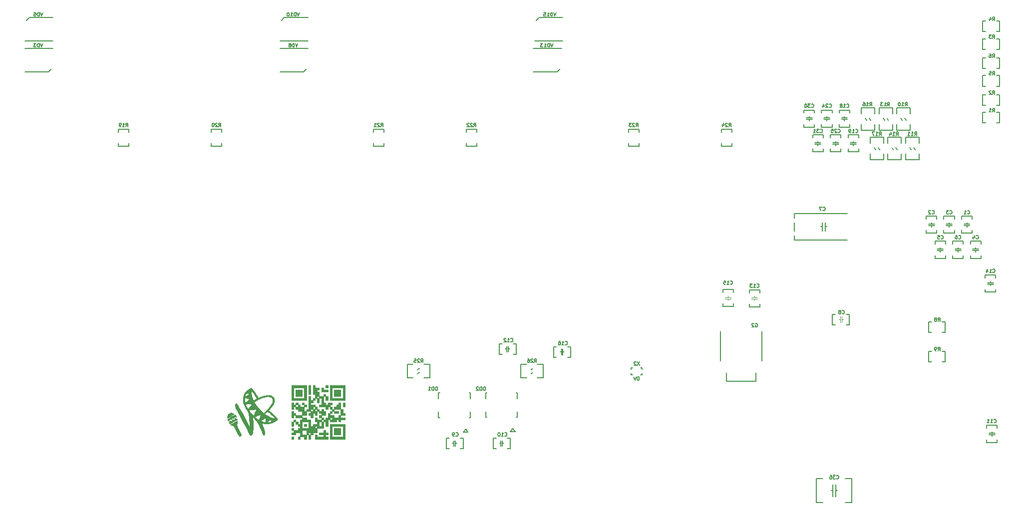
<source format=gbr>
G04 #@! TF.GenerationSoftware,KiCad,Pcbnew,(5.1.4)-1*
G04 #@! TF.CreationDate,2020-08-16T22:28:13+03:00*
G04 #@! TF.ProjectId,UAH_0,5541485f-302e-46b6-9963-61645f706362,rev?*
G04 #@! TF.SameCoordinates,Original*
G04 #@! TF.FileFunction,Legend,Bot*
G04 #@! TF.FilePolarity,Positive*
%FSLAX46Y46*%
G04 Gerber Fmt 4.6, Leading zero omitted, Abs format (unit mm)*
G04 Created by KiCad (PCBNEW (5.1.4)-1) date 2020-08-16 22:28:13*
%MOMM*%
%LPD*%
G04 APERTURE LIST*
%ADD10C,0.150000*%
%ADD11C,0.010000*%
%ADD12C,0.120000*%
G04 APERTURE END LIST*
D10*
X172285714Y-120671428D02*
X172228571Y-120671428D01*
X172171428Y-120700000D01*
X172142857Y-120728571D01*
X172114285Y-120785714D01*
X172085714Y-120900000D01*
X172085714Y-121042857D01*
X172114285Y-121157142D01*
X172142857Y-121214285D01*
X172171428Y-121242857D01*
X172228571Y-121271428D01*
X172285714Y-121271428D01*
X172342857Y-121242857D01*
X172371428Y-121214285D01*
X172400000Y-121157142D01*
X172428571Y-121042857D01*
X172428571Y-120900000D01*
X172400000Y-120785714D01*
X172371428Y-120728571D01*
X172342857Y-120700000D01*
X172285714Y-120671428D01*
X171914285Y-120671428D02*
X171714285Y-121271428D01*
X171514285Y-120671428D01*
D11*
G36*
X114190000Y-123992286D02*
G01*
X115278571Y-123992286D01*
X115278571Y-122903714D01*
X114190000Y-122903714D01*
X114190000Y-123992286D01*
X114190000Y-123992286D01*
G37*
X114190000Y-123992286D02*
X115278571Y-123992286D01*
X115278571Y-122903714D01*
X114190000Y-122903714D01*
X114190000Y-123992286D01*
G36*
X120721428Y-123992286D02*
G01*
X121810000Y-123992286D01*
X121810000Y-122903714D01*
X120721428Y-122903714D01*
X120721428Y-123992286D01*
X120721428Y-123992286D01*
G37*
X120721428Y-123992286D02*
X121810000Y-123992286D01*
X121810000Y-122903714D01*
X120721428Y-122903714D01*
X120721428Y-123992286D01*
G36*
X117818571Y-125080857D02*
G01*
X118181428Y-125080857D01*
X118181428Y-124355143D01*
X117818571Y-124355143D01*
X117818571Y-125080857D01*
X117818571Y-125080857D01*
G37*
X117818571Y-125080857D02*
X118181428Y-125080857D01*
X118181428Y-124355143D01*
X117818571Y-124355143D01*
X117818571Y-125080857D01*
G36*
X119995714Y-126895143D02*
G01*
X120358571Y-126895143D01*
X120358571Y-126532286D01*
X119995714Y-126532286D01*
X119995714Y-126895143D01*
X119995714Y-126895143D01*
G37*
X119995714Y-126895143D02*
X120358571Y-126895143D01*
X120358571Y-126532286D01*
X119995714Y-126532286D01*
X119995714Y-126895143D01*
G36*
X120721428Y-126895143D02*
G01*
X121447142Y-126895143D01*
X121447142Y-126532286D01*
X120721428Y-126532286D01*
X120721428Y-126895143D01*
X120721428Y-126895143D01*
G37*
X120721428Y-126895143D02*
X121447142Y-126895143D01*
X121447142Y-126532286D01*
X120721428Y-126532286D01*
X120721428Y-126895143D01*
G36*
X118181428Y-126532286D02*
G01*
X118181428Y-126169429D01*
X117818571Y-126169429D01*
X117818571Y-126532286D01*
X118181428Y-126532286D01*
X118181428Y-126532286D01*
G37*
X118181428Y-126532286D02*
X118181428Y-126169429D01*
X117818571Y-126169429D01*
X117818571Y-126532286D01*
X118181428Y-126532286D01*
G36*
X118544285Y-127258000D02*
G01*
X118181428Y-127258000D01*
X118181428Y-127620857D01*
X118544285Y-127620857D01*
X118544285Y-127258000D01*
X118544285Y-127258000D01*
G37*
X118544285Y-127258000D02*
X118181428Y-127258000D01*
X118181428Y-127620857D01*
X118544285Y-127620857D01*
X118544285Y-127258000D01*
G36*
X119270000Y-127258000D02*
G01*
X119270000Y-126532286D01*
X118907143Y-126532286D01*
X118907143Y-126169429D01*
X118544285Y-126169429D01*
X118544285Y-126532286D01*
X118181428Y-126532286D01*
X118181428Y-126895143D01*
X118544285Y-126895143D01*
X118544285Y-127258000D01*
X119270000Y-127258000D01*
X119270000Y-127258000D01*
G37*
X119270000Y-127258000D02*
X119270000Y-126532286D01*
X118907143Y-126532286D01*
X118907143Y-126169429D01*
X118544285Y-126169429D01*
X118544285Y-126532286D01*
X118181428Y-126532286D01*
X118181428Y-126895143D01*
X118544285Y-126895143D01*
X118544285Y-127258000D01*
X119270000Y-127258000D01*
G36*
X117455714Y-126532286D02*
G01*
X117455714Y-126169429D01*
X117092857Y-126169429D01*
X117092857Y-126532286D01*
X116730000Y-126532286D01*
X116730000Y-126895143D01*
X116367143Y-126895143D01*
X116367143Y-127258000D01*
X116730000Y-127258000D01*
X116730000Y-127620857D01*
X117092857Y-127620857D01*
X117092857Y-126895143D01*
X117455714Y-126895143D01*
X117455714Y-127258000D01*
X117818571Y-127258000D01*
X117818571Y-126532286D01*
X117455714Y-126532286D01*
X117455714Y-126532286D01*
G37*
X117455714Y-126532286D02*
X117455714Y-126169429D01*
X117092857Y-126169429D01*
X117092857Y-126532286D01*
X116730000Y-126532286D01*
X116730000Y-126895143D01*
X116367143Y-126895143D01*
X116367143Y-127258000D01*
X116730000Y-127258000D01*
X116730000Y-127620857D01*
X117092857Y-127620857D01*
X117092857Y-126895143D01*
X117455714Y-126895143D01*
X117455714Y-127258000D01*
X117818571Y-127258000D01*
X117818571Y-126532286D01*
X117455714Y-126532286D01*
G36*
X117818571Y-125806571D02*
G01*
X117455714Y-125806571D01*
X117455714Y-126169429D01*
X117818571Y-126169429D01*
X117818571Y-125806571D01*
X117818571Y-125806571D01*
G37*
X117818571Y-125806571D02*
X117455714Y-125806571D01*
X117455714Y-126169429D01*
X117818571Y-126169429D01*
X117818571Y-125806571D01*
G36*
X118544285Y-127983714D02*
G01*
X118907143Y-127983714D01*
X118907143Y-127620857D01*
X118544285Y-127620857D01*
X118544285Y-127983714D01*
X118544285Y-127983714D01*
G37*
X118544285Y-127983714D02*
X118907143Y-127983714D01*
X118907143Y-127620857D01*
X118544285Y-127620857D01*
X118544285Y-127983714D01*
G36*
X115641428Y-129072286D02*
G01*
X116004285Y-129072286D01*
X116004285Y-128709429D01*
X115641428Y-128709429D01*
X115641428Y-129072286D01*
X115641428Y-129072286D01*
G37*
X115641428Y-129072286D02*
X116004285Y-129072286D01*
X116004285Y-128709429D01*
X115641428Y-128709429D01*
X115641428Y-129072286D01*
G36*
X120721428Y-130523714D02*
G01*
X121810000Y-130523714D01*
X121810000Y-129435143D01*
X120721428Y-129435143D01*
X120721428Y-130523714D01*
X120721428Y-130523714D01*
G37*
X120721428Y-130523714D02*
X121810000Y-130523714D01*
X121810000Y-129435143D01*
X120721428Y-129435143D01*
X120721428Y-130523714D01*
G36*
X119270000Y-122540857D02*
G01*
X119632857Y-122540857D01*
X119632857Y-122178000D01*
X119270000Y-122178000D01*
X119270000Y-122540857D01*
X119270000Y-122540857D01*
G37*
X119270000Y-122540857D02*
X119632857Y-122540857D01*
X119632857Y-122178000D01*
X119270000Y-122178000D01*
X119270000Y-122540857D01*
G36*
X118544285Y-123266572D02*
G01*
X119632857Y-123266572D01*
X119632857Y-122903714D01*
X118907143Y-122903714D01*
X118907143Y-122540857D01*
X118544285Y-122540857D01*
X118544285Y-123266572D01*
X118544285Y-123266572D01*
G37*
X118544285Y-123266572D02*
X119632857Y-123266572D01*
X119632857Y-122903714D01*
X118907143Y-122903714D01*
X118907143Y-122540857D01*
X118544285Y-122540857D01*
X118544285Y-123266572D01*
G36*
X116367143Y-123629429D02*
G01*
X116730000Y-123629429D01*
X116730000Y-122178000D01*
X116367143Y-122178000D01*
X116367143Y-123629429D01*
X116367143Y-123629429D01*
G37*
X116367143Y-123629429D02*
X116730000Y-123629429D01*
X116730000Y-122178000D01*
X116367143Y-122178000D01*
X116367143Y-123629429D01*
G36*
X113464285Y-124718000D02*
G01*
X116004285Y-124718000D01*
X116004285Y-122540857D01*
X115641428Y-122540857D01*
X115641428Y-124355143D01*
X113827142Y-124355143D01*
X113827142Y-122540857D01*
X115641428Y-122540857D01*
X116004285Y-122540857D01*
X116004285Y-122178000D01*
X113464285Y-122178000D01*
X113464285Y-124718000D01*
X113464285Y-124718000D01*
G37*
X113464285Y-124718000D02*
X116004285Y-124718000D01*
X116004285Y-122540857D01*
X115641428Y-122540857D01*
X115641428Y-124355143D01*
X113827142Y-124355143D01*
X113827142Y-122540857D01*
X115641428Y-122540857D01*
X116004285Y-122540857D01*
X116004285Y-122178000D01*
X113464285Y-122178000D01*
X113464285Y-124718000D01*
G36*
X119995714Y-124718000D02*
G01*
X122535714Y-124718000D01*
X122535714Y-122540857D01*
X122172857Y-122540857D01*
X122172857Y-124355143D01*
X120358571Y-124355143D01*
X120358571Y-122540857D01*
X122172857Y-122540857D01*
X122535714Y-122540857D01*
X122535714Y-122178000D01*
X119995714Y-122178000D01*
X119995714Y-124718000D01*
X119995714Y-124718000D01*
G37*
X119995714Y-124718000D02*
X122535714Y-124718000D01*
X122535714Y-122540857D01*
X122172857Y-122540857D01*
X122172857Y-124355143D01*
X120358571Y-124355143D01*
X120358571Y-122540857D01*
X122172857Y-122540857D01*
X122535714Y-122540857D01*
X122535714Y-122178000D01*
X119995714Y-122178000D01*
X119995714Y-124718000D01*
G36*
X122172857Y-125806571D02*
G01*
X122535714Y-125806571D01*
X122535714Y-125080857D01*
X122172857Y-125080857D01*
X122172857Y-125806571D01*
X122172857Y-125806571D01*
G37*
X122172857Y-125806571D02*
X122535714Y-125806571D01*
X122535714Y-125080857D01*
X122172857Y-125080857D01*
X122172857Y-125806571D01*
G36*
X113464285Y-131249429D02*
G01*
X113827142Y-131249429D01*
X113827142Y-130886572D01*
X113464285Y-130886572D01*
X113464285Y-131249429D01*
X113464285Y-131249429D01*
G37*
X113464285Y-131249429D02*
X113827142Y-131249429D01*
X113827142Y-130886572D01*
X113464285Y-130886572D01*
X113464285Y-131249429D01*
G36*
X114190000Y-128709429D02*
G01*
X114552857Y-128709429D01*
X114552857Y-128346571D01*
X114190000Y-128346571D01*
X114190000Y-128709429D01*
X114190000Y-128709429D01*
G37*
X114190000Y-128709429D02*
X114552857Y-128709429D01*
X114552857Y-128346571D01*
X114190000Y-128346571D01*
X114190000Y-128709429D01*
G36*
X114552857Y-129072286D02*
G01*
X114915714Y-129072286D01*
X114915714Y-129435143D01*
X114552857Y-129435143D01*
X114552857Y-129798000D01*
X113827142Y-129798000D01*
X113827142Y-130160857D01*
X113464285Y-130160857D01*
X113464285Y-130523714D01*
X114190000Y-130523714D01*
X114190000Y-130160857D01*
X114915714Y-130160857D01*
X114915714Y-130886572D01*
X115641428Y-130886572D01*
X115641428Y-131249429D01*
X116004285Y-131249429D01*
X116004285Y-130523714D01*
X116367143Y-130523714D01*
X116367143Y-131249429D01*
X116730000Y-131249429D01*
X116730000Y-130523714D01*
X117092857Y-130523714D01*
X117092857Y-130160857D01*
X116730000Y-130160857D01*
X116730000Y-130523714D01*
X116367143Y-130523714D01*
X116367143Y-130160857D01*
X116730000Y-130160857D01*
X117092857Y-130160857D01*
X117818571Y-130160857D01*
X117818571Y-129798000D01*
X116004285Y-129798000D01*
X116004285Y-130523714D01*
X115278571Y-130523714D01*
X115278571Y-129798000D01*
X116004285Y-129798000D01*
X117818571Y-129798000D01*
X117818571Y-129435143D01*
X118907143Y-129435143D01*
X118907143Y-128346571D01*
X118544285Y-128346571D01*
X118544285Y-129072286D01*
X118181428Y-129072286D01*
X117818571Y-129072286D01*
X117818571Y-129435143D01*
X117455714Y-129435143D01*
X117455714Y-129072286D01*
X117818571Y-129072286D01*
X118181428Y-129072286D01*
X118181428Y-128346571D01*
X118544285Y-128346571D01*
X118544285Y-127983714D01*
X117818571Y-127983714D01*
X117818571Y-127620857D01*
X117455714Y-127620857D01*
X117455714Y-128346571D01*
X117818571Y-128346571D01*
X117818571Y-128709429D01*
X117092857Y-128709429D01*
X117092857Y-129072286D01*
X116730000Y-129072286D01*
X116730000Y-128346571D01*
X116367143Y-128346571D01*
X116367143Y-129435143D01*
X115278571Y-129435143D01*
X115278571Y-128346571D01*
X116367143Y-128346571D01*
X116730000Y-128346571D01*
X116730000Y-127983714D01*
X116004285Y-127983714D01*
X116004285Y-127620857D01*
X115278571Y-127620857D01*
X115278571Y-127983714D01*
X114915714Y-127983714D01*
X114915714Y-128709429D01*
X114552857Y-128709429D01*
X114552857Y-129072286D01*
X114552857Y-129072286D01*
G37*
X114552857Y-129072286D02*
X114915714Y-129072286D01*
X114915714Y-129435143D01*
X114552857Y-129435143D01*
X114552857Y-129798000D01*
X113827142Y-129798000D01*
X113827142Y-130160857D01*
X113464285Y-130160857D01*
X113464285Y-130523714D01*
X114190000Y-130523714D01*
X114190000Y-130160857D01*
X114915714Y-130160857D01*
X114915714Y-130886572D01*
X115641428Y-130886572D01*
X115641428Y-131249429D01*
X116004285Y-131249429D01*
X116004285Y-130523714D01*
X116367143Y-130523714D01*
X116367143Y-131249429D01*
X116730000Y-131249429D01*
X116730000Y-130523714D01*
X117092857Y-130523714D01*
X117092857Y-130160857D01*
X116730000Y-130160857D01*
X116730000Y-130523714D01*
X116367143Y-130523714D01*
X116367143Y-130160857D01*
X116730000Y-130160857D01*
X117092857Y-130160857D01*
X117818571Y-130160857D01*
X117818571Y-129798000D01*
X116004285Y-129798000D01*
X116004285Y-130523714D01*
X115278571Y-130523714D01*
X115278571Y-129798000D01*
X116004285Y-129798000D01*
X117818571Y-129798000D01*
X117818571Y-129435143D01*
X118907143Y-129435143D01*
X118907143Y-128346571D01*
X118544285Y-128346571D01*
X118544285Y-129072286D01*
X118181428Y-129072286D01*
X117818571Y-129072286D01*
X117818571Y-129435143D01*
X117455714Y-129435143D01*
X117455714Y-129072286D01*
X117818571Y-129072286D01*
X118181428Y-129072286D01*
X118181428Y-128346571D01*
X118544285Y-128346571D01*
X118544285Y-127983714D01*
X117818571Y-127983714D01*
X117818571Y-127620857D01*
X117455714Y-127620857D01*
X117455714Y-128346571D01*
X117818571Y-128346571D01*
X117818571Y-128709429D01*
X117092857Y-128709429D01*
X117092857Y-129072286D01*
X116730000Y-129072286D01*
X116730000Y-128346571D01*
X116367143Y-128346571D01*
X116367143Y-129435143D01*
X115278571Y-129435143D01*
X115278571Y-128346571D01*
X116367143Y-128346571D01*
X116730000Y-128346571D01*
X116730000Y-127983714D01*
X116004285Y-127983714D01*
X116004285Y-127620857D01*
X115278571Y-127620857D01*
X115278571Y-127983714D01*
X114915714Y-127983714D01*
X114915714Y-128709429D01*
X114552857Y-128709429D01*
X114552857Y-129072286D01*
G36*
X114190000Y-127620857D02*
G01*
X115278571Y-127620857D01*
X115278571Y-127258000D01*
X114190000Y-127258000D01*
X114190000Y-127620857D01*
X114190000Y-127620857D01*
G37*
X114190000Y-127620857D02*
X115278571Y-127620857D01*
X115278571Y-127258000D01*
X114190000Y-127258000D01*
X114190000Y-127620857D01*
G36*
X115641428Y-125806571D02*
G01*
X116004285Y-125806571D01*
X116004285Y-125443714D01*
X115641428Y-125443714D01*
X115641428Y-125806571D01*
X115641428Y-125806571D01*
G37*
X115641428Y-125806571D02*
X116004285Y-125806571D01*
X116004285Y-125443714D01*
X115641428Y-125443714D01*
X115641428Y-125806571D01*
G36*
X114915714Y-125806571D02*
G01*
X114915714Y-125443714D01*
X114552857Y-125443714D01*
X114552857Y-125806571D01*
X114190000Y-125806571D01*
X114190000Y-125443714D01*
X114552857Y-125443714D01*
X114552857Y-125080857D01*
X114190000Y-125080857D01*
X114190000Y-125443714D01*
X113827142Y-125443714D01*
X113827142Y-125080857D01*
X113464285Y-125080857D01*
X113464285Y-126169429D01*
X113827142Y-126169429D01*
X113827142Y-125806571D01*
X114190000Y-125806571D01*
X114190000Y-126169429D01*
X114552857Y-126169429D01*
X114552857Y-126532286D01*
X115278571Y-126532286D01*
X115278571Y-127258000D01*
X116004285Y-127258000D01*
X116004285Y-126532286D01*
X115641428Y-126532286D01*
X115641428Y-125806571D01*
X114915714Y-125806571D01*
X114915714Y-125806571D01*
G37*
X114915714Y-125806571D02*
X114915714Y-125443714D01*
X114552857Y-125443714D01*
X114552857Y-125806571D01*
X114190000Y-125806571D01*
X114190000Y-125443714D01*
X114552857Y-125443714D01*
X114552857Y-125080857D01*
X114190000Y-125080857D01*
X114190000Y-125443714D01*
X113827142Y-125443714D01*
X113827142Y-125080857D01*
X113464285Y-125080857D01*
X113464285Y-126169429D01*
X113827142Y-126169429D01*
X113827142Y-125806571D01*
X114190000Y-125806571D01*
X114190000Y-126169429D01*
X114552857Y-126169429D01*
X114552857Y-126532286D01*
X115278571Y-126532286D01*
X115278571Y-127258000D01*
X116004285Y-127258000D01*
X116004285Y-126532286D01*
X115641428Y-126532286D01*
X115641428Y-125806571D01*
X114915714Y-125806571D01*
G36*
X122535714Y-127258000D02*
G01*
X122535714Y-126895143D01*
X122172857Y-126895143D01*
X122172857Y-126169429D01*
X121810000Y-126169429D01*
X121810000Y-127258000D01*
X122535714Y-127258000D01*
X122535714Y-127258000D01*
G37*
X122535714Y-127258000D02*
X122535714Y-126895143D01*
X122172857Y-126895143D01*
X122172857Y-126169429D01*
X121810000Y-126169429D01*
X121810000Y-127258000D01*
X122535714Y-127258000D01*
G36*
X121810000Y-125080857D02*
G01*
X121447142Y-125080857D01*
X121447142Y-125443714D01*
X121084285Y-125443714D01*
X121084285Y-125806571D01*
X120721428Y-125806571D01*
X120721428Y-126169429D01*
X121810000Y-126169429D01*
X121810000Y-125080857D01*
X121810000Y-125080857D01*
G37*
X121810000Y-125080857D02*
X121447142Y-125080857D01*
X121447142Y-125443714D01*
X121084285Y-125443714D01*
X121084285Y-125806571D01*
X120721428Y-125806571D01*
X120721428Y-126169429D01*
X121810000Y-126169429D01*
X121810000Y-125080857D01*
G36*
X120358571Y-126169429D02*
G01*
X120358571Y-126532286D01*
X120721428Y-126532286D01*
X120721428Y-126169429D01*
X120358571Y-126169429D01*
X120358571Y-126169429D01*
G37*
X120358571Y-126169429D02*
X120358571Y-126532286D01*
X120721428Y-126532286D01*
X120721428Y-126169429D01*
X120358571Y-126169429D01*
G36*
X120358571Y-125806571D02*
G01*
X119995714Y-125806571D01*
X119995714Y-126169429D01*
X120358571Y-126169429D01*
X120358571Y-125806571D01*
X120358571Y-125806571D01*
G37*
X120358571Y-125806571D02*
X119995714Y-125806571D01*
X119995714Y-126169429D01*
X120358571Y-126169429D01*
X120358571Y-125806571D01*
G36*
X119995714Y-125443714D02*
G01*
X120358571Y-125443714D01*
X120358571Y-125080857D01*
X119632857Y-125080857D01*
X119632857Y-125443714D01*
X119270000Y-125443714D01*
X119270000Y-125080857D01*
X118907143Y-125080857D01*
X118907143Y-123992286D01*
X118181428Y-123992286D01*
X118181428Y-124355143D01*
X118544285Y-124355143D01*
X118544285Y-125443714D01*
X118181428Y-125443714D01*
X118181428Y-125806571D01*
X119270000Y-125806571D01*
X119270000Y-126169429D01*
X119632857Y-126169429D01*
X119632857Y-125806571D01*
X119995714Y-125806571D01*
X119995714Y-125443714D01*
X119995714Y-125443714D01*
G37*
X119995714Y-125443714D02*
X120358571Y-125443714D01*
X120358571Y-125080857D01*
X119632857Y-125080857D01*
X119632857Y-125443714D01*
X119270000Y-125443714D01*
X119270000Y-125080857D01*
X118907143Y-125080857D01*
X118907143Y-123992286D01*
X118181428Y-123992286D01*
X118181428Y-124355143D01*
X118544285Y-124355143D01*
X118544285Y-125443714D01*
X118181428Y-125443714D01*
X118181428Y-125806571D01*
X119270000Y-125806571D01*
X119270000Y-126169429D01*
X119632857Y-126169429D01*
X119632857Y-125806571D01*
X119995714Y-125806571D01*
X119995714Y-125443714D01*
G36*
X114190000Y-127983714D02*
G01*
X113827142Y-127983714D01*
X113827142Y-128346571D01*
X114190000Y-128346571D01*
X114190000Y-127983714D01*
X114190000Y-127983714D01*
G37*
X114190000Y-127983714D02*
X113827142Y-127983714D01*
X113827142Y-128346571D01*
X114190000Y-128346571D01*
X114190000Y-127983714D01*
G36*
X114190000Y-126895143D02*
G01*
X113827142Y-126895143D01*
X113827142Y-126532286D01*
X113464285Y-126532286D01*
X113464285Y-127620857D01*
X113827142Y-127620857D01*
X113827142Y-127258000D01*
X114190000Y-127258000D01*
X114190000Y-126895143D01*
X114190000Y-126895143D01*
G37*
X114190000Y-126895143D02*
X113827142Y-126895143D01*
X113827142Y-126532286D01*
X113464285Y-126532286D01*
X113464285Y-127620857D01*
X113827142Y-127620857D01*
X113827142Y-127258000D01*
X114190000Y-127258000D01*
X114190000Y-126895143D01*
G36*
X115641428Y-125080857D02*
G01*
X115278571Y-125080857D01*
X115278571Y-125443714D01*
X115641428Y-125443714D01*
X115641428Y-125080857D01*
X115641428Y-125080857D01*
G37*
X115641428Y-125080857D02*
X115278571Y-125080857D01*
X115278571Y-125443714D01*
X115641428Y-125443714D01*
X115641428Y-125080857D01*
G36*
X116730000Y-126532286D02*
G01*
X116730000Y-126169429D01*
X117092857Y-126169429D01*
X117092857Y-125806571D01*
X117455714Y-125806571D01*
X117455714Y-125443714D01*
X116730000Y-125443714D01*
X116730000Y-125080857D01*
X117092857Y-125080857D01*
X117092857Y-124718000D01*
X116730000Y-124718000D01*
X116730000Y-123992286D01*
X116367143Y-123992286D01*
X116367143Y-126169429D01*
X116004285Y-126169429D01*
X116004285Y-126532286D01*
X116730000Y-126532286D01*
X116730000Y-126532286D01*
G37*
X116730000Y-126532286D02*
X116730000Y-126169429D01*
X117092857Y-126169429D01*
X117092857Y-125806571D01*
X117455714Y-125806571D01*
X117455714Y-125443714D01*
X116730000Y-125443714D01*
X116730000Y-125080857D01*
X117092857Y-125080857D01*
X117092857Y-124718000D01*
X116730000Y-124718000D01*
X116730000Y-123992286D01*
X116367143Y-123992286D01*
X116367143Y-126169429D01*
X116004285Y-126169429D01*
X116004285Y-126532286D01*
X116730000Y-126532286D01*
G36*
X117455714Y-124718000D02*
G01*
X117455714Y-124355143D01*
X117092857Y-124355143D01*
X117092857Y-124718000D01*
X117455714Y-124718000D01*
X117455714Y-124718000D01*
G37*
X117455714Y-124718000D02*
X117455714Y-124355143D01*
X117092857Y-124355143D01*
X117092857Y-124718000D01*
X117455714Y-124718000D01*
G36*
X117818571Y-124355143D02*
G01*
X117818571Y-123992286D01*
X118181428Y-123992286D01*
X118181428Y-123266572D01*
X117818571Y-123266572D01*
X117818571Y-122903714D01*
X118181428Y-122903714D01*
X118181428Y-122540857D01*
X117455714Y-122540857D01*
X117455714Y-122178000D01*
X117092857Y-122178000D01*
X117092857Y-123629429D01*
X117455714Y-123629429D01*
X117455714Y-124355143D01*
X117818571Y-124355143D01*
X117818571Y-124355143D01*
G37*
X117818571Y-124355143D02*
X117818571Y-123992286D01*
X118181428Y-123992286D01*
X118181428Y-123266572D01*
X117818571Y-123266572D01*
X117818571Y-122903714D01*
X118181428Y-122903714D01*
X118181428Y-122540857D01*
X117455714Y-122540857D01*
X117455714Y-122178000D01*
X117092857Y-122178000D01*
X117092857Y-123629429D01*
X117455714Y-123629429D01*
X117455714Y-124355143D01*
X117818571Y-124355143D01*
G36*
X119270000Y-123629429D02*
G01*
X118907143Y-123629429D01*
X118907143Y-123992286D01*
X119270000Y-123992286D01*
X119270000Y-123629429D01*
X119270000Y-123629429D01*
G37*
X119270000Y-123629429D02*
X118907143Y-123629429D01*
X118907143Y-123992286D01*
X119270000Y-123992286D01*
X119270000Y-123629429D01*
G36*
X121447142Y-127258000D02*
G01*
X121447142Y-127620857D01*
X120721428Y-127620857D01*
X120358571Y-127620857D01*
X120358571Y-127983714D01*
X119995714Y-127983714D01*
X119995714Y-127620857D01*
X120358571Y-127620857D01*
X120721428Y-127620857D01*
X120721428Y-127258000D01*
X119995714Y-127258000D01*
X119995714Y-126895143D01*
X119632857Y-126895143D01*
X119632857Y-127620857D01*
X119270000Y-127620857D01*
X119270000Y-127983714D01*
X118907143Y-127983714D01*
X118907143Y-128346571D01*
X119270000Y-128346571D01*
X119270000Y-129072286D01*
X119632857Y-129072286D01*
X119632857Y-127983714D01*
X119995714Y-127983714D01*
X119995714Y-128346571D01*
X121084285Y-128346571D01*
X121084285Y-127983714D01*
X121447142Y-127983714D01*
X121447142Y-128346571D01*
X121810000Y-128346571D01*
X121810000Y-127983714D01*
X122535714Y-127983714D01*
X122535714Y-127620857D01*
X121810000Y-127620857D01*
X121810000Y-127258000D01*
X121447142Y-127258000D01*
X121447142Y-127258000D01*
G37*
X121447142Y-127258000D02*
X121447142Y-127620857D01*
X120721428Y-127620857D01*
X120358571Y-127620857D01*
X120358571Y-127983714D01*
X119995714Y-127983714D01*
X119995714Y-127620857D01*
X120358571Y-127620857D01*
X120721428Y-127620857D01*
X120721428Y-127258000D01*
X119995714Y-127258000D01*
X119995714Y-126895143D01*
X119632857Y-126895143D01*
X119632857Y-127620857D01*
X119270000Y-127620857D01*
X119270000Y-127983714D01*
X118907143Y-127983714D01*
X118907143Y-128346571D01*
X119270000Y-128346571D01*
X119270000Y-129072286D01*
X119632857Y-129072286D01*
X119632857Y-127983714D01*
X119995714Y-127983714D01*
X119995714Y-128346571D01*
X121084285Y-128346571D01*
X121084285Y-127983714D01*
X121447142Y-127983714D01*
X121447142Y-128346571D01*
X121810000Y-128346571D01*
X121810000Y-127983714D01*
X122535714Y-127983714D01*
X122535714Y-127620857D01*
X121810000Y-127620857D01*
X121810000Y-127258000D01*
X121447142Y-127258000D01*
G36*
X113827142Y-129435143D02*
G01*
X113464285Y-129435143D01*
X113464285Y-129798000D01*
X113827142Y-129798000D01*
X113827142Y-129435143D01*
X113827142Y-129435143D01*
G37*
X113827142Y-129435143D02*
X113464285Y-129435143D01*
X113464285Y-129798000D01*
X113827142Y-129798000D01*
X113827142Y-129435143D01*
G36*
X113464285Y-129072286D02*
G01*
X113827142Y-129072286D01*
X113827142Y-128346571D01*
X113464285Y-128346571D01*
X113464285Y-129072286D01*
X113464285Y-129072286D01*
G37*
X113464285Y-129072286D02*
X113827142Y-129072286D01*
X113827142Y-128346571D01*
X113464285Y-128346571D01*
X113464285Y-129072286D01*
G36*
X119270000Y-124718000D02*
G01*
X119632857Y-124718000D01*
X119632857Y-123992286D01*
X119270000Y-123992286D01*
X119270000Y-124718000D01*
X119270000Y-124718000D01*
G37*
X119270000Y-124718000D02*
X119632857Y-124718000D01*
X119632857Y-123992286D01*
X119270000Y-123992286D01*
X119270000Y-124718000D01*
G36*
X114552857Y-131249429D02*
G01*
X114915714Y-131249429D01*
X114915714Y-130886572D01*
X114552857Y-130886572D01*
X114552857Y-131249429D01*
X114552857Y-131249429D01*
G37*
X114552857Y-131249429D02*
X114915714Y-131249429D01*
X114915714Y-130886572D01*
X114552857Y-130886572D01*
X114552857Y-131249429D01*
G36*
X118907143Y-130160857D02*
G01*
X118181428Y-130160857D01*
X118181428Y-130523714D01*
X118907143Y-130523714D01*
X118907143Y-130886572D01*
X117818571Y-130886572D01*
X117818571Y-130523714D01*
X117455714Y-130523714D01*
X117455714Y-131249429D01*
X119632857Y-131249429D01*
X119632857Y-130886572D01*
X119270000Y-130886572D01*
X119270000Y-130523714D01*
X119632857Y-130523714D01*
X119632857Y-130160857D01*
X119270000Y-130160857D01*
X119270000Y-129798000D01*
X118907143Y-129798000D01*
X118907143Y-130160857D01*
X118907143Y-130160857D01*
G37*
X118907143Y-130160857D02*
X118181428Y-130160857D01*
X118181428Y-130523714D01*
X118907143Y-130523714D01*
X118907143Y-130886572D01*
X117818571Y-130886572D01*
X117818571Y-130523714D01*
X117455714Y-130523714D01*
X117455714Y-131249429D01*
X119632857Y-131249429D01*
X119632857Y-130886572D01*
X119270000Y-130886572D01*
X119270000Y-130523714D01*
X119632857Y-130523714D01*
X119632857Y-130160857D01*
X119270000Y-130160857D01*
X119270000Y-129798000D01*
X118907143Y-129798000D01*
X118907143Y-130160857D01*
G36*
X119995714Y-131249429D02*
G01*
X122535714Y-131249429D01*
X122535714Y-129072286D01*
X122172857Y-129072286D01*
X122172857Y-130886572D01*
X120358571Y-130886572D01*
X120358571Y-129072286D01*
X122172857Y-129072286D01*
X122535714Y-129072286D01*
X122535714Y-128709429D01*
X119995714Y-128709429D01*
X119995714Y-131249429D01*
X119995714Y-131249429D01*
G37*
X119995714Y-131249429D02*
X122535714Y-131249429D01*
X122535714Y-129072286D01*
X122172857Y-129072286D01*
X122172857Y-130886572D01*
X120358571Y-130886572D01*
X120358571Y-129072286D01*
X122172857Y-129072286D01*
X122535714Y-129072286D01*
X122535714Y-128709429D01*
X119995714Y-128709429D01*
X119995714Y-131249429D01*
G36*
X103064934Y-126854027D02*
G01*
X102875384Y-126940025D01*
X102723418Y-127092887D01*
X102618974Y-127306797D01*
X102584914Y-127451299D01*
X102572593Y-127567673D01*
X102586853Y-127619916D01*
X102614506Y-127627495D01*
X102671818Y-127607173D01*
X102787891Y-127553965D01*
X102947093Y-127475414D01*
X103133795Y-127379061D01*
X103180078Y-127354593D01*
X103367285Y-127252552D01*
X103525629Y-127161287D01*
X103640833Y-127089402D01*
X103698619Y-127045499D01*
X103702428Y-127039883D01*
X103675900Y-126998876D01*
X103591545Y-126942703D01*
X103517033Y-126905881D01*
X103282130Y-126840707D01*
X103064934Y-126854027D01*
X103064934Y-126854027D01*
G37*
X103064934Y-126854027D02*
X102875384Y-126940025D01*
X102723418Y-127092887D01*
X102618974Y-127306797D01*
X102584914Y-127451299D01*
X102572593Y-127567673D01*
X102586853Y-127619916D01*
X102614506Y-127627495D01*
X102671818Y-127607173D01*
X102787891Y-127553965D01*
X102947093Y-127475414D01*
X103133795Y-127379061D01*
X103180078Y-127354593D01*
X103367285Y-127252552D01*
X103525629Y-127161287D01*
X103640833Y-127089402D01*
X103698619Y-127045499D01*
X103702428Y-127039883D01*
X103675900Y-126998876D01*
X103591545Y-126942703D01*
X103517033Y-126905881D01*
X103282130Y-126840707D01*
X103064934Y-126854027D01*
G36*
X103269247Y-127487915D02*
G01*
X103059811Y-127601870D01*
X102877516Y-127705568D01*
X102735263Y-127791309D01*
X102645953Y-127851391D01*
X102621645Y-127874511D01*
X102615697Y-127988355D01*
X102668503Y-128101594D01*
X102752926Y-128171547D01*
X102833851Y-128197115D01*
X102873780Y-128170229D01*
X102880941Y-128154175D01*
X102901354Y-128059287D01*
X102905666Y-127994427D01*
X102917432Y-127902177D01*
X102962204Y-127871207D01*
X103054194Y-127897055D01*
X103118128Y-127927739D01*
X103277772Y-128009183D01*
X103307229Y-127852164D01*
X103336767Y-127720341D01*
X103372191Y-127661148D01*
X103430465Y-127663276D01*
X103519978Y-127710340D01*
X103622607Y-127757663D01*
X103681215Y-127742995D01*
X103706447Y-127658280D01*
X103710000Y-127566536D01*
X103732430Y-127467935D01*
X103788846Y-127429619D01*
X103849438Y-127452841D01*
X103930174Y-127497933D01*
X103995750Y-127522838D01*
X104068231Y-127531414D01*
X104090546Y-127483703D01*
X104091000Y-127466880D01*
X104064381Y-127377684D01*
X103999654Y-127275710D01*
X103993203Y-127268026D01*
X103895406Y-127154331D01*
X103269247Y-127487915D01*
X103269247Y-127487915D01*
G37*
X103269247Y-127487915D02*
X103059811Y-127601870D01*
X102877516Y-127705568D01*
X102735263Y-127791309D01*
X102645953Y-127851391D01*
X102621645Y-127874511D01*
X102615697Y-127988355D01*
X102668503Y-128101594D01*
X102752926Y-128171547D01*
X102833851Y-128197115D01*
X102873780Y-128170229D01*
X102880941Y-128154175D01*
X102901354Y-128059287D01*
X102905666Y-127994427D01*
X102917432Y-127902177D01*
X102962204Y-127871207D01*
X103054194Y-127897055D01*
X103118128Y-127927739D01*
X103277772Y-128009183D01*
X103307229Y-127852164D01*
X103336767Y-127720341D01*
X103372191Y-127661148D01*
X103430465Y-127663276D01*
X103519978Y-127710340D01*
X103622607Y-127757663D01*
X103681215Y-127742995D01*
X103706447Y-127658280D01*
X103710000Y-127566536D01*
X103732430Y-127467935D01*
X103788846Y-127429619D01*
X103849438Y-127452841D01*
X103930174Y-127497933D01*
X103995750Y-127522838D01*
X104068231Y-127531414D01*
X104090546Y-127483703D01*
X104091000Y-127466880D01*
X104064381Y-127377684D01*
X103999654Y-127275710D01*
X103993203Y-127268026D01*
X103895406Y-127154331D01*
X103269247Y-127487915D01*
G36*
X103863589Y-127734726D02*
G01*
X103848879Y-127793960D01*
X103844720Y-127834511D01*
X103815151Y-127951977D01*
X103750494Y-127995690D01*
X103641958Y-127969828D01*
X103601383Y-127950101D01*
X103477166Y-127885129D01*
X103439402Y-128054398D01*
X103403388Y-128171398D01*
X103351395Y-128215984D01*
X103262998Y-128196906D01*
X103189505Y-128161425D01*
X103116648Y-128126819D01*
X103074086Y-128129964D01*
X103046014Y-128185350D01*
X103016624Y-128307465D01*
X103013193Y-128323044D01*
X102983530Y-128406787D01*
X102929363Y-128426074D01*
X102879110Y-128416597D01*
X102805197Y-128406530D01*
X102797744Y-128434607D01*
X102802725Y-128444220D01*
X102861974Y-128530006D01*
X102929817Y-128605889D01*
X102980832Y-128644091D01*
X102986311Y-128644818D01*
X103030765Y-128624871D01*
X103135124Y-128571699D01*
X103285051Y-128492780D01*
X103466210Y-128395592D01*
X103519500Y-128366710D01*
X103716902Y-128260539D01*
X103897007Y-128165589D01*
X104041972Y-128091133D01*
X104133956Y-128046447D01*
X104143916Y-128042111D01*
X104240599Y-127972946D01*
X104259795Y-127891073D01*
X104202927Y-127814465D01*
X104122750Y-127774955D01*
X103981463Y-127729307D01*
X103901430Y-127714536D01*
X103863589Y-127734726D01*
X103863589Y-127734726D01*
G37*
X103863589Y-127734726D02*
X103848879Y-127793960D01*
X103844720Y-127834511D01*
X103815151Y-127951977D01*
X103750494Y-127995690D01*
X103641958Y-127969828D01*
X103601383Y-127950101D01*
X103477166Y-127885129D01*
X103439402Y-128054398D01*
X103403388Y-128171398D01*
X103351395Y-128215984D01*
X103262998Y-128196906D01*
X103189505Y-128161425D01*
X103116648Y-128126819D01*
X103074086Y-128129964D01*
X103046014Y-128185350D01*
X103016624Y-128307465D01*
X103013193Y-128323044D01*
X102983530Y-128406787D01*
X102929363Y-128426074D01*
X102879110Y-128416597D01*
X102805197Y-128406530D01*
X102797744Y-128434607D01*
X102802725Y-128444220D01*
X102861974Y-128530006D01*
X102929817Y-128605889D01*
X102980832Y-128644091D01*
X102986311Y-128644818D01*
X103030765Y-128624871D01*
X103135124Y-128571699D01*
X103285051Y-128492780D01*
X103466210Y-128395592D01*
X103519500Y-128366710D01*
X103716902Y-128260539D01*
X103897007Y-128165589D01*
X104041972Y-128091133D01*
X104133956Y-128046447D01*
X104143916Y-128042111D01*
X104240599Y-127972946D01*
X104259795Y-127891073D01*
X104202927Y-127814465D01*
X104122750Y-127774955D01*
X103981463Y-127729307D01*
X103901430Y-127714536D01*
X103863589Y-127734726D01*
G36*
X106547463Y-122617597D02*
G01*
X106444184Y-122680097D01*
X106362356Y-122738717D01*
X106231595Y-122833377D01*
X106107219Y-122915155D01*
X106052196Y-122947062D01*
X105932082Y-123031519D01*
X105789040Y-123162413D01*
X105646352Y-123315238D01*
X105527300Y-123465487D01*
X105466734Y-123563310D01*
X105317531Y-123930245D01*
X105240195Y-124300678D01*
X105235387Y-124681436D01*
X105303766Y-125079343D01*
X105445993Y-125501224D01*
X105662730Y-125953905D01*
X105705662Y-126031966D01*
X105811978Y-126215871D01*
X105918813Y-126390287D01*
X106010514Y-126530107D01*
X106051333Y-126586403D01*
X106137466Y-126726828D01*
X106199792Y-126881445D01*
X106210679Y-126926212D01*
X106224588Y-127023879D01*
X106242024Y-127181906D01*
X106262017Y-127387682D01*
X106283597Y-127628598D01*
X106305794Y-127892042D01*
X106327638Y-128165405D01*
X106348161Y-128436077D01*
X106366391Y-128691447D01*
X106381359Y-128918906D01*
X106392096Y-129105842D01*
X106397632Y-129239647D01*
X106396996Y-129307709D01*
X106394262Y-129313374D01*
X106371914Y-129272831D01*
X106316895Y-129166519D01*
X106234289Y-129004450D01*
X106129178Y-128796639D01*
X106006643Y-128553101D01*
X105872054Y-128284419D01*
X105677808Y-127901555D01*
X105477594Y-127517414D01*
X105275603Y-127139228D01*
X105076027Y-126774227D01*
X104883059Y-126429643D01*
X104700891Y-126112707D01*
X104533716Y-125830650D01*
X104385726Y-125590704D01*
X104261114Y-125400099D01*
X104164072Y-125266066D01*
X104098792Y-125195838D01*
X104076482Y-125187377D01*
X104007168Y-125249843D01*
X103953383Y-125372064D01*
X103924657Y-125529343D01*
X103922291Y-125586937D01*
X103930669Y-125719026D01*
X103959971Y-125859608D01*
X104015061Y-126020556D01*
X104100806Y-126213742D01*
X104222072Y-126451040D01*
X104383724Y-126744320D01*
X104430384Y-126826667D01*
X104915072Y-127698823D01*
X105387340Y-128588061D01*
X105829409Y-129460590D01*
X105996000Y-129801921D01*
X106142964Y-130102093D01*
X106259727Y-130329871D01*
X106349390Y-130490703D01*
X106415054Y-130590037D01*
X106459819Y-130633323D01*
X106470839Y-130636241D01*
X106566860Y-130600515D01*
X106674612Y-130506320D01*
X106776502Y-130374616D01*
X106854938Y-130226360D01*
X106881214Y-130147330D01*
X106917559Y-129942505D01*
X106942982Y-129669559D01*
X106957061Y-129344385D01*
X106959372Y-128982877D01*
X106949494Y-128600926D01*
X106931111Y-128270824D01*
X106915617Y-128038264D01*
X106903811Y-127837204D01*
X106896402Y-127681949D01*
X106894104Y-127586808D01*
X106895916Y-127563639D01*
X106930606Y-127584639D01*
X107013764Y-127651997D01*
X107131864Y-127754401D01*
X107234883Y-127847082D01*
X107345541Y-127949634D01*
X107434758Y-128039339D01*
X107511444Y-128129642D01*
X107584510Y-128233986D01*
X107662864Y-128365814D01*
X107755417Y-128538571D01*
X107871078Y-128765700D01*
X107956073Y-128935267D01*
X108090097Y-129208195D01*
X108223781Y-129489271D01*
X108347475Y-129757568D01*
X108451528Y-129992158D01*
X108525447Y-130169960D01*
X108598531Y-130348626D01*
X108664532Y-130495533D01*
X108715616Y-130594111D01*
X108741847Y-130627671D01*
X108793212Y-130606729D01*
X108850538Y-130541295D01*
X108920241Y-130390279D01*
X108947220Y-130208807D01*
X108930202Y-129989237D01*
X108867917Y-129723925D01*
X108759091Y-129405229D01*
X108602453Y-129025505D01*
X108595709Y-129010151D01*
X108520077Y-128835809D01*
X108459154Y-128690632D01*
X108419973Y-128591688D01*
X108409000Y-128557021D01*
X108444468Y-128555027D01*
X108536217Y-128579750D01*
X108631250Y-128613432D01*
X108892704Y-128678352D01*
X109204880Y-128697344D01*
X109547677Y-128670872D01*
X109900991Y-128599399D01*
X109960871Y-128582744D01*
X110133439Y-128528643D01*
X110279411Y-128475402D01*
X110376008Y-128431637D01*
X110396517Y-128418027D01*
X110474472Y-128363020D01*
X110590194Y-128294864D01*
X110613762Y-128282285D01*
X110009339Y-128282285D01*
X109995775Y-128338689D01*
X109945864Y-128364157D01*
X109925855Y-128368896D01*
X109724084Y-128406261D01*
X109550166Y-128425907D01*
X109419822Y-128427148D01*
X109348774Y-128409296D01*
X109340333Y-128394490D01*
X109373486Y-128345247D01*
X109431108Y-128305065D01*
X109511863Y-128249921D01*
X109624335Y-128158994D01*
X109707875Y-128085042D01*
X109745300Y-128054334D01*
X109086333Y-128054334D01*
X109086333Y-128435334D01*
X108966623Y-128435334D01*
X108866774Y-128421441D01*
X108719590Y-128384999D01*
X108556754Y-128333866D01*
X108555141Y-128333303D01*
X108410986Y-128278170D01*
X108302400Y-128227747D01*
X108250731Y-128192078D01*
X108249443Y-128189496D01*
X108273722Y-128133871D01*
X108368846Y-128055280D01*
X108526127Y-127959791D01*
X108717512Y-127862585D01*
X108847723Y-127797073D01*
X108944562Y-127741166D01*
X108983796Y-127710333D01*
X109028475Y-127669625D01*
X109060459Y-127712618D01*
X109079745Y-127839302D01*
X109086331Y-128049668D01*
X109086333Y-128054334D01*
X109745300Y-128054334D01*
X109818310Y-127994429D01*
X109899128Y-127950048D01*
X109930243Y-127952217D01*
X109959324Y-128015560D01*
X109987965Y-128127156D01*
X109995582Y-128169081D01*
X110009339Y-128282285D01*
X110613762Y-128282285D01*
X110631500Y-128272818D01*
X110770075Y-128188991D01*
X110918294Y-128081923D01*
X110968297Y-128040921D01*
X111135761Y-127896737D01*
X111062796Y-127785298D01*
X110646686Y-127785298D01*
X110590006Y-127788617D01*
X110578583Y-127785716D01*
X110489499Y-127765648D01*
X110363401Y-127741857D01*
X110335166Y-127737024D01*
X110109436Y-127677329D01*
X109841989Y-127571076D01*
X109554239Y-127428126D01*
X109267599Y-127258342D01*
X109201864Y-127215043D01*
X109053556Y-127115253D01*
X108234922Y-127115253D01*
X108229496Y-127153703D01*
X108210121Y-127226800D01*
X108173290Y-127346862D01*
X108115497Y-127526208D01*
X108060401Y-127694500D01*
X108014016Y-127836565D01*
X107977465Y-127950005D01*
X107960871Y-128003022D01*
X107920828Y-128011898D01*
X107830640Y-127973380D01*
X107703859Y-127895846D01*
X107554040Y-127787674D01*
X107394736Y-127657246D01*
X107378324Y-127642877D01*
X107288015Y-127555920D01*
X107232301Y-127488072D01*
X107223666Y-127467671D01*
X107260816Y-127435760D01*
X107353008Y-127405182D01*
X107382416Y-127398994D01*
X107519704Y-127363948D01*
X107639537Y-127318844D01*
X107647000Y-127315146D01*
X107766404Y-127259311D01*
X107906363Y-127201221D01*
X108044188Y-127149282D01*
X108157188Y-127111905D01*
X108222674Y-127097497D01*
X108229906Y-127099129D01*
X108234922Y-127115253D01*
X109053556Y-127115253D01*
X108915227Y-127022178D01*
X109096030Y-126836499D01*
X109204198Y-126730610D01*
X109297953Y-126647779D01*
X109345470Y-126613169D01*
X109427996Y-126613968D01*
X109558680Y-126680996D01*
X109738107Y-126814688D01*
X109966864Y-127015480D01*
X110239916Y-127278220D01*
X110438321Y-127481591D01*
X110571688Y-127633051D01*
X110640861Y-127733864D01*
X110646686Y-127785298D01*
X111062796Y-127785298D01*
X111055694Y-127774452D01*
X110983940Y-127684478D01*
X110861442Y-127551288D01*
X110701230Y-127387357D01*
X110516329Y-127205161D01*
X110319770Y-127017176D01*
X110124580Y-126835878D01*
X109943787Y-126673743D01*
X109790419Y-126543247D01*
X109685696Y-126462526D01*
X109622591Y-126411117D01*
X109616842Y-126363156D01*
X109663225Y-126282934D01*
X109733076Y-126190777D01*
X109837014Y-126069883D01*
X109921289Y-125979196D01*
X110028476Y-125862569D01*
X110116340Y-125757091D01*
X110157054Y-125699499D01*
X110211341Y-125611035D01*
X110288991Y-125490429D01*
X110324404Y-125436845D01*
X110430926Y-125248741D01*
X110513533Y-125048684D01*
X110560466Y-124867812D01*
X110566881Y-124794667D01*
X110555232Y-124689609D01*
X110308645Y-124689609D01*
X110301097Y-124780455D01*
X110259659Y-124995861D01*
X110176104Y-125216807D01*
X110044797Y-125452349D01*
X109860102Y-125711541D01*
X109616384Y-126003440D01*
X109378528Y-126262996D01*
X109199581Y-126448939D01*
X109036657Y-126611753D01*
X108899836Y-126741881D01*
X108799195Y-126829767D01*
X108744814Y-126865855D01*
X108742334Y-126866246D01*
X108690537Y-126837910D01*
X108593042Y-126757960D01*
X108461586Y-126636982D01*
X108307909Y-126485566D01*
X108220345Y-126395424D01*
X108108414Y-126276194D01*
X107463344Y-126276194D01*
X107440818Y-126373852D01*
X107377902Y-126531345D01*
X107331622Y-126636167D01*
X107258714Y-126805487D01*
X107185793Y-126984739D01*
X107160999Y-127048917D01*
X107108062Y-127163820D01*
X107056066Y-127236606D01*
X107031975Y-127250000D01*
X106980552Y-127220696D01*
X106889798Y-127142620D01*
X106776352Y-127030531D01*
X106734579Y-126986228D01*
X106539744Y-126767702D01*
X106396505Y-126589475D01*
X106308147Y-126456194D01*
X106277958Y-126372503D01*
X106285323Y-126351077D01*
X106341589Y-126332786D01*
X106461517Y-126314664D01*
X106624142Y-126299494D01*
X106716500Y-126293806D01*
X106912726Y-126280683D01*
X107096407Y-126263066D01*
X107237253Y-126244042D01*
X107273203Y-126237095D01*
X107381076Y-126218329D01*
X107443943Y-126227858D01*
X107463344Y-126276194D01*
X108108414Y-126276194D01*
X107949097Y-126106490D01*
X107730074Y-125859751D01*
X107552078Y-125641315D01*
X107403912Y-125437290D01*
X107364055Y-125374672D01*
X106758000Y-125374672D01*
X106723816Y-125438513D01*
X106693029Y-125457256D01*
X106632771Y-125504858D01*
X106550885Y-125598748D01*
X106503192Y-125663675D01*
X106405471Y-125794201D01*
X106297493Y-125920954D01*
X106195802Y-126026378D01*
X106116947Y-126092915D01*
X106085371Y-126107000D01*
X106041782Y-126076252D01*
X105976044Y-126000981D01*
X105966656Y-125988515D01*
X105897524Y-125882716D01*
X105814977Y-125739543D01*
X105765787Y-125646504D01*
X105705488Y-125518104D01*
X105681404Y-125426728D01*
X105702349Y-125366326D01*
X105777136Y-125330847D01*
X105914581Y-125314239D01*
X106123497Y-125310453D01*
X106253862Y-125311436D01*
X106476835Y-125315991D01*
X106626765Y-125324788D01*
X106715228Y-125339281D01*
X106753803Y-125360922D01*
X106758000Y-125374672D01*
X107364055Y-125374672D01*
X107274377Y-125233783D01*
X107248434Y-125189710D01*
X107162407Y-125039404D01*
X107115552Y-124947461D01*
X107103476Y-124899646D01*
X107121787Y-124881723D01*
X107152649Y-124879334D01*
X107214889Y-124860114D01*
X107324789Y-124811165D01*
X107456952Y-124745549D01*
X107585981Y-124676329D01*
X107686479Y-124616569D01*
X107731666Y-124581505D01*
X107782109Y-124552001D01*
X107882619Y-124512815D01*
X107922166Y-124499819D01*
X108067269Y-124446265D01*
X108202240Y-124384204D01*
X108213250Y-124378220D01*
X107576938Y-124378220D01*
X107564334Y-124415511D01*
X107500653Y-124461541D01*
X107373582Y-124529084D01*
X107357876Y-124537028D01*
X107224423Y-124608561D01*
X107122796Y-124670766D01*
X107076085Y-124709053D01*
X107029439Y-124749505D01*
X106981415Y-124713366D01*
X106933253Y-124614750D01*
X106885875Y-124487750D01*
X106334492Y-124487750D01*
X106301351Y-124536511D01*
X106280304Y-124540667D01*
X106226603Y-124569213D01*
X106133542Y-124644812D01*
X106019295Y-124752404D01*
X105994554Y-124777408D01*
X105826523Y-124938114D01*
X105699810Y-125032377D01*
X105608273Y-125063867D01*
X105551500Y-125042154D01*
X105532010Y-124983723D01*
X105517260Y-124863301D01*
X105509680Y-124703535D01*
X105509166Y-124648045D01*
X105511531Y-124483577D01*
X105517828Y-124354294D01*
X105526864Y-124281350D01*
X105530333Y-124273157D01*
X105583059Y-124268731D01*
X105692469Y-124285197D01*
X105836786Y-124316743D01*
X105994228Y-124357557D01*
X106143018Y-124401826D01*
X106261374Y-124443740D01*
X106327519Y-124477485D01*
X106334492Y-124487750D01*
X106885875Y-124487750D01*
X106873856Y-124455534D01*
X106806419Y-124258531D01*
X106738682Y-124048304D01*
X106678382Y-123849414D01*
X106633259Y-123686425D01*
X106627420Y-123660800D01*
X106232104Y-123660800D01*
X106184296Y-123715011D01*
X106099187Y-123750764D01*
X105986330Y-123804424D01*
X105859448Y-123887319D01*
X105827604Y-123912159D01*
X105706196Y-123997583D01*
X105618164Y-124031634D01*
X105575093Y-124010601D01*
X105572666Y-123993843D01*
X105594077Y-123906672D01*
X105647577Y-123781661D01*
X105717070Y-123650589D01*
X105786461Y-123545233D01*
X105817152Y-123511168D01*
X105874188Y-123466704D01*
X105926878Y-123458210D01*
X106005483Y-123487170D01*
X106079408Y-123524025D01*
X106197242Y-123598302D01*
X106232104Y-123660800D01*
X106627420Y-123660800D01*
X106613607Y-123600187D01*
X106602761Y-123477725D01*
X106605631Y-123334079D01*
X106619481Y-123193737D01*
X106641576Y-123081186D01*
X106669182Y-123020914D01*
X106678787Y-123016667D01*
X106713392Y-123050011D01*
X106715666Y-123067568D01*
X106743082Y-123127435D01*
X106811743Y-123216117D01*
X106841911Y-123248721D01*
X106958387Y-123390612D01*
X107103225Y-123603723D01*
X107271963Y-123881231D01*
X107382369Y-124075000D01*
X107456748Y-124200646D01*
X107525275Y-124303975D01*
X107550779Y-124336892D01*
X107576938Y-124378220D01*
X108213250Y-124378220D01*
X108218500Y-124375367D01*
X108471039Y-124258628D01*
X108772888Y-124157627D01*
X109089974Y-124081317D01*
X109388230Y-124038652D01*
X109522334Y-124032733D01*
X109768336Y-124064293D01*
X109974516Y-124163872D01*
X110155654Y-124339057D01*
X110180189Y-124370488D01*
X110263340Y-124488989D01*
X110302345Y-124582429D01*
X110308645Y-124689609D01*
X110555232Y-124689609D01*
X110549569Y-124638546D01*
X110504392Y-124459151D01*
X110441920Y-124288827D01*
X110372723Y-124159923D01*
X110350401Y-124132186D01*
X110255540Y-124050253D01*
X110124996Y-123959507D01*
X110062205Y-123921840D01*
X109840016Y-123839089D01*
X109568744Y-123806878D01*
X109267519Y-123825596D01*
X108955475Y-123895631D01*
X108944291Y-123899111D01*
X108792607Y-123944376D01*
X108668570Y-123977020D01*
X108597910Y-123990299D01*
X108596198Y-123990334D01*
X108527782Y-124006763D01*
X108412033Y-124049144D01*
X108314907Y-124090291D01*
X108099758Y-124185195D01*
X107949762Y-124246939D01*
X107853584Y-124278666D01*
X107799886Y-124283514D01*
X107777332Y-124264625D01*
X107774000Y-124240131D01*
X107751350Y-124176673D01*
X107690125Y-124060563D01*
X107600410Y-123908436D01*
X107492289Y-123736926D01*
X107375849Y-123562668D01*
X107288396Y-123439178D01*
X107194998Y-123309839D01*
X107117761Y-123200392D01*
X107075500Y-123137733D01*
X106984907Y-123004262D01*
X106879495Y-122866051D01*
X106774011Y-122740414D01*
X106683205Y-122644663D01*
X106621825Y-122596113D01*
X106611740Y-122593334D01*
X106547463Y-122617597D01*
X106547463Y-122617597D01*
G37*
X106547463Y-122617597D02*
X106444184Y-122680097D01*
X106362356Y-122738717D01*
X106231595Y-122833377D01*
X106107219Y-122915155D01*
X106052196Y-122947062D01*
X105932082Y-123031519D01*
X105789040Y-123162413D01*
X105646352Y-123315238D01*
X105527300Y-123465487D01*
X105466734Y-123563310D01*
X105317531Y-123930245D01*
X105240195Y-124300678D01*
X105235387Y-124681436D01*
X105303766Y-125079343D01*
X105445993Y-125501224D01*
X105662730Y-125953905D01*
X105705662Y-126031966D01*
X105811978Y-126215871D01*
X105918813Y-126390287D01*
X106010514Y-126530107D01*
X106051333Y-126586403D01*
X106137466Y-126726828D01*
X106199792Y-126881445D01*
X106210679Y-126926212D01*
X106224588Y-127023879D01*
X106242024Y-127181906D01*
X106262017Y-127387682D01*
X106283597Y-127628598D01*
X106305794Y-127892042D01*
X106327638Y-128165405D01*
X106348161Y-128436077D01*
X106366391Y-128691447D01*
X106381359Y-128918906D01*
X106392096Y-129105842D01*
X106397632Y-129239647D01*
X106396996Y-129307709D01*
X106394262Y-129313374D01*
X106371914Y-129272831D01*
X106316895Y-129166519D01*
X106234289Y-129004450D01*
X106129178Y-128796639D01*
X106006643Y-128553101D01*
X105872054Y-128284419D01*
X105677808Y-127901555D01*
X105477594Y-127517414D01*
X105275603Y-127139228D01*
X105076027Y-126774227D01*
X104883059Y-126429643D01*
X104700891Y-126112707D01*
X104533716Y-125830650D01*
X104385726Y-125590704D01*
X104261114Y-125400099D01*
X104164072Y-125266066D01*
X104098792Y-125195838D01*
X104076482Y-125187377D01*
X104007168Y-125249843D01*
X103953383Y-125372064D01*
X103924657Y-125529343D01*
X103922291Y-125586937D01*
X103930669Y-125719026D01*
X103959971Y-125859608D01*
X104015061Y-126020556D01*
X104100806Y-126213742D01*
X104222072Y-126451040D01*
X104383724Y-126744320D01*
X104430384Y-126826667D01*
X104915072Y-127698823D01*
X105387340Y-128588061D01*
X105829409Y-129460590D01*
X105996000Y-129801921D01*
X106142964Y-130102093D01*
X106259727Y-130329871D01*
X106349390Y-130490703D01*
X106415054Y-130590037D01*
X106459819Y-130633323D01*
X106470839Y-130636241D01*
X106566860Y-130600515D01*
X106674612Y-130506320D01*
X106776502Y-130374616D01*
X106854938Y-130226360D01*
X106881214Y-130147330D01*
X106917559Y-129942505D01*
X106942982Y-129669559D01*
X106957061Y-129344385D01*
X106959372Y-128982877D01*
X106949494Y-128600926D01*
X106931111Y-128270824D01*
X106915617Y-128038264D01*
X106903811Y-127837204D01*
X106896402Y-127681949D01*
X106894104Y-127586808D01*
X106895916Y-127563639D01*
X106930606Y-127584639D01*
X107013764Y-127651997D01*
X107131864Y-127754401D01*
X107234883Y-127847082D01*
X107345541Y-127949634D01*
X107434758Y-128039339D01*
X107511444Y-128129642D01*
X107584510Y-128233986D01*
X107662864Y-128365814D01*
X107755417Y-128538571D01*
X107871078Y-128765700D01*
X107956073Y-128935267D01*
X108090097Y-129208195D01*
X108223781Y-129489271D01*
X108347475Y-129757568D01*
X108451528Y-129992158D01*
X108525447Y-130169960D01*
X108598531Y-130348626D01*
X108664532Y-130495533D01*
X108715616Y-130594111D01*
X108741847Y-130627671D01*
X108793212Y-130606729D01*
X108850538Y-130541295D01*
X108920241Y-130390279D01*
X108947220Y-130208807D01*
X108930202Y-129989237D01*
X108867917Y-129723925D01*
X108759091Y-129405229D01*
X108602453Y-129025505D01*
X108595709Y-129010151D01*
X108520077Y-128835809D01*
X108459154Y-128690632D01*
X108419973Y-128591688D01*
X108409000Y-128557021D01*
X108444468Y-128555027D01*
X108536217Y-128579750D01*
X108631250Y-128613432D01*
X108892704Y-128678352D01*
X109204880Y-128697344D01*
X109547677Y-128670872D01*
X109900991Y-128599399D01*
X109960871Y-128582744D01*
X110133439Y-128528643D01*
X110279411Y-128475402D01*
X110376008Y-128431637D01*
X110396517Y-128418027D01*
X110474472Y-128363020D01*
X110590194Y-128294864D01*
X110613762Y-128282285D01*
X110009339Y-128282285D01*
X109995775Y-128338689D01*
X109945864Y-128364157D01*
X109925855Y-128368896D01*
X109724084Y-128406261D01*
X109550166Y-128425907D01*
X109419822Y-128427148D01*
X109348774Y-128409296D01*
X109340333Y-128394490D01*
X109373486Y-128345247D01*
X109431108Y-128305065D01*
X109511863Y-128249921D01*
X109624335Y-128158994D01*
X109707875Y-128085042D01*
X109745300Y-128054334D01*
X109086333Y-128054334D01*
X109086333Y-128435334D01*
X108966623Y-128435334D01*
X108866774Y-128421441D01*
X108719590Y-128384999D01*
X108556754Y-128333866D01*
X108555141Y-128333303D01*
X108410986Y-128278170D01*
X108302400Y-128227747D01*
X108250731Y-128192078D01*
X108249443Y-128189496D01*
X108273722Y-128133871D01*
X108368846Y-128055280D01*
X108526127Y-127959791D01*
X108717512Y-127862585D01*
X108847723Y-127797073D01*
X108944562Y-127741166D01*
X108983796Y-127710333D01*
X109028475Y-127669625D01*
X109060459Y-127712618D01*
X109079745Y-127839302D01*
X109086331Y-128049668D01*
X109086333Y-128054334D01*
X109745300Y-128054334D01*
X109818310Y-127994429D01*
X109899128Y-127950048D01*
X109930243Y-127952217D01*
X109959324Y-128015560D01*
X109987965Y-128127156D01*
X109995582Y-128169081D01*
X110009339Y-128282285D01*
X110613762Y-128282285D01*
X110631500Y-128272818D01*
X110770075Y-128188991D01*
X110918294Y-128081923D01*
X110968297Y-128040921D01*
X111135761Y-127896737D01*
X111062796Y-127785298D01*
X110646686Y-127785298D01*
X110590006Y-127788617D01*
X110578583Y-127785716D01*
X110489499Y-127765648D01*
X110363401Y-127741857D01*
X110335166Y-127737024D01*
X110109436Y-127677329D01*
X109841989Y-127571076D01*
X109554239Y-127428126D01*
X109267599Y-127258342D01*
X109201864Y-127215043D01*
X109053556Y-127115253D01*
X108234922Y-127115253D01*
X108229496Y-127153703D01*
X108210121Y-127226800D01*
X108173290Y-127346862D01*
X108115497Y-127526208D01*
X108060401Y-127694500D01*
X108014016Y-127836565D01*
X107977465Y-127950005D01*
X107960871Y-128003022D01*
X107920828Y-128011898D01*
X107830640Y-127973380D01*
X107703859Y-127895846D01*
X107554040Y-127787674D01*
X107394736Y-127657246D01*
X107378324Y-127642877D01*
X107288015Y-127555920D01*
X107232301Y-127488072D01*
X107223666Y-127467671D01*
X107260816Y-127435760D01*
X107353008Y-127405182D01*
X107382416Y-127398994D01*
X107519704Y-127363948D01*
X107639537Y-127318844D01*
X107647000Y-127315146D01*
X107766404Y-127259311D01*
X107906363Y-127201221D01*
X108044188Y-127149282D01*
X108157188Y-127111905D01*
X108222674Y-127097497D01*
X108229906Y-127099129D01*
X108234922Y-127115253D01*
X109053556Y-127115253D01*
X108915227Y-127022178D01*
X109096030Y-126836499D01*
X109204198Y-126730610D01*
X109297953Y-126647779D01*
X109345470Y-126613169D01*
X109427996Y-126613968D01*
X109558680Y-126680996D01*
X109738107Y-126814688D01*
X109966864Y-127015480D01*
X110239916Y-127278220D01*
X110438321Y-127481591D01*
X110571688Y-127633051D01*
X110640861Y-127733864D01*
X110646686Y-127785298D01*
X111062796Y-127785298D01*
X111055694Y-127774452D01*
X110983940Y-127684478D01*
X110861442Y-127551288D01*
X110701230Y-127387357D01*
X110516329Y-127205161D01*
X110319770Y-127017176D01*
X110124580Y-126835878D01*
X109943787Y-126673743D01*
X109790419Y-126543247D01*
X109685696Y-126462526D01*
X109622591Y-126411117D01*
X109616842Y-126363156D01*
X109663225Y-126282934D01*
X109733076Y-126190777D01*
X109837014Y-126069883D01*
X109921289Y-125979196D01*
X110028476Y-125862569D01*
X110116340Y-125757091D01*
X110157054Y-125699499D01*
X110211341Y-125611035D01*
X110288991Y-125490429D01*
X110324404Y-125436845D01*
X110430926Y-125248741D01*
X110513533Y-125048684D01*
X110560466Y-124867812D01*
X110566881Y-124794667D01*
X110555232Y-124689609D01*
X110308645Y-124689609D01*
X110301097Y-124780455D01*
X110259659Y-124995861D01*
X110176104Y-125216807D01*
X110044797Y-125452349D01*
X109860102Y-125711541D01*
X109616384Y-126003440D01*
X109378528Y-126262996D01*
X109199581Y-126448939D01*
X109036657Y-126611753D01*
X108899836Y-126741881D01*
X108799195Y-126829767D01*
X108744814Y-126865855D01*
X108742334Y-126866246D01*
X108690537Y-126837910D01*
X108593042Y-126757960D01*
X108461586Y-126636982D01*
X108307909Y-126485566D01*
X108220345Y-126395424D01*
X108108414Y-126276194D01*
X107463344Y-126276194D01*
X107440818Y-126373852D01*
X107377902Y-126531345D01*
X107331622Y-126636167D01*
X107258714Y-126805487D01*
X107185793Y-126984739D01*
X107160999Y-127048917D01*
X107108062Y-127163820D01*
X107056066Y-127236606D01*
X107031975Y-127250000D01*
X106980552Y-127220696D01*
X106889798Y-127142620D01*
X106776352Y-127030531D01*
X106734579Y-126986228D01*
X106539744Y-126767702D01*
X106396505Y-126589475D01*
X106308147Y-126456194D01*
X106277958Y-126372503D01*
X106285323Y-126351077D01*
X106341589Y-126332786D01*
X106461517Y-126314664D01*
X106624142Y-126299494D01*
X106716500Y-126293806D01*
X106912726Y-126280683D01*
X107096407Y-126263066D01*
X107237253Y-126244042D01*
X107273203Y-126237095D01*
X107381076Y-126218329D01*
X107443943Y-126227858D01*
X107463344Y-126276194D01*
X108108414Y-126276194D01*
X107949097Y-126106490D01*
X107730074Y-125859751D01*
X107552078Y-125641315D01*
X107403912Y-125437290D01*
X107364055Y-125374672D01*
X106758000Y-125374672D01*
X106723816Y-125438513D01*
X106693029Y-125457256D01*
X106632771Y-125504858D01*
X106550885Y-125598748D01*
X106503192Y-125663675D01*
X106405471Y-125794201D01*
X106297493Y-125920954D01*
X106195802Y-126026378D01*
X106116947Y-126092915D01*
X106085371Y-126107000D01*
X106041782Y-126076252D01*
X105976044Y-126000981D01*
X105966656Y-125988515D01*
X105897524Y-125882716D01*
X105814977Y-125739543D01*
X105765787Y-125646504D01*
X105705488Y-125518104D01*
X105681404Y-125426728D01*
X105702349Y-125366326D01*
X105777136Y-125330847D01*
X105914581Y-125314239D01*
X106123497Y-125310453D01*
X106253862Y-125311436D01*
X106476835Y-125315991D01*
X106626765Y-125324788D01*
X106715228Y-125339281D01*
X106753803Y-125360922D01*
X106758000Y-125374672D01*
X107364055Y-125374672D01*
X107274377Y-125233783D01*
X107248434Y-125189710D01*
X107162407Y-125039404D01*
X107115552Y-124947461D01*
X107103476Y-124899646D01*
X107121787Y-124881723D01*
X107152649Y-124879334D01*
X107214889Y-124860114D01*
X107324789Y-124811165D01*
X107456952Y-124745549D01*
X107585981Y-124676329D01*
X107686479Y-124616569D01*
X107731666Y-124581505D01*
X107782109Y-124552001D01*
X107882619Y-124512815D01*
X107922166Y-124499819D01*
X108067269Y-124446265D01*
X108202240Y-124384204D01*
X108213250Y-124378220D01*
X107576938Y-124378220D01*
X107564334Y-124415511D01*
X107500653Y-124461541D01*
X107373582Y-124529084D01*
X107357876Y-124537028D01*
X107224423Y-124608561D01*
X107122796Y-124670766D01*
X107076085Y-124709053D01*
X107029439Y-124749505D01*
X106981415Y-124713366D01*
X106933253Y-124614750D01*
X106885875Y-124487750D01*
X106334492Y-124487750D01*
X106301351Y-124536511D01*
X106280304Y-124540667D01*
X106226603Y-124569213D01*
X106133542Y-124644812D01*
X106019295Y-124752404D01*
X105994554Y-124777408D01*
X105826523Y-124938114D01*
X105699810Y-125032377D01*
X105608273Y-125063867D01*
X105551500Y-125042154D01*
X105532010Y-124983723D01*
X105517260Y-124863301D01*
X105509680Y-124703535D01*
X105509166Y-124648045D01*
X105511531Y-124483577D01*
X105517828Y-124354294D01*
X105526864Y-124281350D01*
X105530333Y-124273157D01*
X105583059Y-124268731D01*
X105692469Y-124285197D01*
X105836786Y-124316743D01*
X105994228Y-124357557D01*
X106143018Y-124401826D01*
X106261374Y-124443740D01*
X106327519Y-124477485D01*
X106334492Y-124487750D01*
X106885875Y-124487750D01*
X106873856Y-124455534D01*
X106806419Y-124258531D01*
X106738682Y-124048304D01*
X106678382Y-123849414D01*
X106633259Y-123686425D01*
X106627420Y-123660800D01*
X106232104Y-123660800D01*
X106184296Y-123715011D01*
X106099187Y-123750764D01*
X105986330Y-123804424D01*
X105859448Y-123887319D01*
X105827604Y-123912159D01*
X105706196Y-123997583D01*
X105618164Y-124031634D01*
X105575093Y-124010601D01*
X105572666Y-123993843D01*
X105594077Y-123906672D01*
X105647577Y-123781661D01*
X105717070Y-123650589D01*
X105786461Y-123545233D01*
X105817152Y-123511168D01*
X105874188Y-123466704D01*
X105926878Y-123458210D01*
X106005483Y-123487170D01*
X106079408Y-123524025D01*
X106197242Y-123598302D01*
X106232104Y-123660800D01*
X106627420Y-123660800D01*
X106613607Y-123600187D01*
X106602761Y-123477725D01*
X106605631Y-123334079D01*
X106619481Y-123193737D01*
X106641576Y-123081186D01*
X106669182Y-123020914D01*
X106678787Y-123016667D01*
X106713392Y-123050011D01*
X106715666Y-123067568D01*
X106743082Y-123127435D01*
X106811743Y-123216117D01*
X106841911Y-123248721D01*
X106958387Y-123390612D01*
X107103225Y-123603723D01*
X107271963Y-123881231D01*
X107382369Y-124075000D01*
X107456748Y-124200646D01*
X107525275Y-124303975D01*
X107550779Y-124336892D01*
X107576938Y-124378220D01*
X108213250Y-124378220D01*
X108218500Y-124375367D01*
X108471039Y-124258628D01*
X108772888Y-124157627D01*
X109089974Y-124081317D01*
X109388230Y-124038652D01*
X109522334Y-124032733D01*
X109768336Y-124064293D01*
X109974516Y-124163872D01*
X110155654Y-124339057D01*
X110180189Y-124370488D01*
X110263340Y-124488989D01*
X110302345Y-124582429D01*
X110308645Y-124689609D01*
X110555232Y-124689609D01*
X110549569Y-124638546D01*
X110504392Y-124459151D01*
X110441920Y-124288827D01*
X110372723Y-124159923D01*
X110350401Y-124132186D01*
X110255540Y-124050253D01*
X110124996Y-123959507D01*
X110062205Y-123921840D01*
X109840016Y-123839089D01*
X109568744Y-123806878D01*
X109267519Y-123825596D01*
X108955475Y-123895631D01*
X108944291Y-123899111D01*
X108792607Y-123944376D01*
X108668570Y-123977020D01*
X108597910Y-123990299D01*
X108596198Y-123990334D01*
X108527782Y-124006763D01*
X108412033Y-124049144D01*
X108314907Y-124090291D01*
X108099758Y-124185195D01*
X107949762Y-124246939D01*
X107853584Y-124278666D01*
X107799886Y-124283514D01*
X107777332Y-124264625D01*
X107774000Y-124240131D01*
X107751350Y-124176673D01*
X107690125Y-124060563D01*
X107600410Y-123908436D01*
X107492289Y-123736926D01*
X107375849Y-123562668D01*
X107288396Y-123439178D01*
X107194998Y-123309839D01*
X107117761Y-123200392D01*
X107075500Y-123137733D01*
X106984907Y-123004262D01*
X106879495Y-122866051D01*
X106774011Y-122740414D01*
X106683205Y-122644663D01*
X106621825Y-122596113D01*
X106611740Y-122593334D01*
X106547463Y-122617597D01*
G36*
X104244959Y-128206813D02*
G01*
X104134695Y-128250327D01*
X103973447Y-128324998D01*
X103772499Y-128425435D01*
X103543135Y-128546247D01*
X103373473Y-128639077D01*
X103100445Y-128790731D01*
X103305095Y-128884754D01*
X103437101Y-128942579D01*
X103547470Y-128986084D01*
X103587521Y-128999115D01*
X103637478Y-129047013D01*
X103719197Y-129172451D01*
X103832240Y-129374665D01*
X103976169Y-129652891D01*
X104068634Y-129838644D01*
X104228773Y-130158868D01*
X104360201Y-130407531D01*
X104468224Y-130590606D01*
X104558150Y-130714063D01*
X104635284Y-130783874D01*
X104704934Y-130806010D01*
X104772404Y-130786445D01*
X104843003Y-130731148D01*
X104853000Y-130721334D01*
X104916438Y-130629006D01*
X104937666Y-130551577D01*
X104919298Y-130489671D01*
X104867944Y-130364829D01*
X104789230Y-130189465D01*
X104688781Y-129975990D01*
X104572222Y-129736820D01*
X104530118Y-129652247D01*
X104395718Y-129382620D01*
X104295616Y-129177498D01*
X104225683Y-129025943D01*
X104181789Y-128917017D01*
X104159806Y-128839781D01*
X104155606Y-128783296D01*
X104165059Y-128736624D01*
X104174754Y-128710754D01*
X104224179Y-128572882D01*
X104265124Y-128428199D01*
X104291846Y-128301530D01*
X104298603Y-128217696D01*
X104292956Y-128199845D01*
X104244959Y-128206813D01*
X104244959Y-128206813D01*
G37*
X104244959Y-128206813D02*
X104134695Y-128250327D01*
X103973447Y-128324998D01*
X103772499Y-128425435D01*
X103543135Y-128546247D01*
X103373473Y-128639077D01*
X103100445Y-128790731D01*
X103305095Y-128884754D01*
X103437101Y-128942579D01*
X103547470Y-128986084D01*
X103587521Y-128999115D01*
X103637478Y-129047013D01*
X103719197Y-129172451D01*
X103832240Y-129374665D01*
X103976169Y-129652891D01*
X104068634Y-129838644D01*
X104228773Y-130158868D01*
X104360201Y-130407531D01*
X104468224Y-130590606D01*
X104558150Y-130714063D01*
X104635284Y-130783874D01*
X104704934Y-130806010D01*
X104772404Y-130786445D01*
X104843003Y-130731148D01*
X104853000Y-130721334D01*
X104916438Y-130629006D01*
X104937666Y-130551577D01*
X104919298Y-130489671D01*
X104867944Y-130364829D01*
X104789230Y-130189465D01*
X104688781Y-129975990D01*
X104572222Y-129736820D01*
X104530118Y-129652247D01*
X104395718Y-129382620D01*
X104295616Y-129177498D01*
X104225683Y-129025943D01*
X104181789Y-128917017D01*
X104159806Y-128839781D01*
X104155606Y-128783296D01*
X104165059Y-128736624D01*
X104174754Y-128710754D01*
X104224179Y-128572882D01*
X104265124Y-128428199D01*
X104291846Y-128301530D01*
X104298603Y-128217696D01*
X104292956Y-128199845D01*
X104244959Y-128206813D01*
D12*
X187500000Y-107500000D02*
X187500000Y-107750000D01*
X187500000Y-107250000D02*
X187500000Y-107000000D01*
X188000000Y-107500000D02*
X187000000Y-107500000D01*
X187000000Y-107250000D02*
X188000000Y-107250000D01*
D10*
X188400000Y-108800000D02*
X188400000Y-108300000D01*
X186600000Y-108800000D02*
X186600000Y-108300000D01*
X188400000Y-105900000D02*
X188400000Y-106400000D01*
X186600000Y-105900000D02*
X186600000Y-106400000D01*
X186600000Y-105900000D02*
X188400000Y-105900000D01*
X186600000Y-108800000D02*
X188400000Y-108800000D01*
D12*
X192000000Y-107250000D02*
X192000000Y-107000000D01*
X192000000Y-107500000D02*
X192000000Y-107750000D01*
X191500000Y-107250000D02*
X192500000Y-107250000D01*
X192500000Y-107500000D02*
X191500000Y-107500000D01*
D10*
X191100000Y-105950000D02*
X191100000Y-106450000D01*
X192900000Y-105950000D02*
X192900000Y-106450000D01*
X191100000Y-108850000D02*
X191100000Y-108350000D01*
X192900000Y-108850000D02*
X192900000Y-108350000D01*
X192900000Y-108850000D02*
X191100000Y-108850000D01*
X192900000Y-105950000D02*
X191100000Y-105950000D01*
D12*
X206750000Y-111000000D02*
X207000000Y-111000000D01*
X206500000Y-111000000D02*
X206250000Y-111000000D01*
X206750000Y-110500000D02*
X206750000Y-111500000D01*
X206500000Y-111500000D02*
X206500000Y-110500000D01*
D10*
X208050000Y-110100000D02*
X207550000Y-110100000D01*
X208050000Y-111900000D02*
X207550000Y-111900000D01*
X205150000Y-110100000D02*
X205650000Y-110100000D01*
X205150000Y-111900000D02*
X205650000Y-111900000D01*
X205150000Y-111900000D02*
X205150000Y-110100000D01*
X208050000Y-111900000D02*
X208050000Y-110100000D01*
X152350000Y-120900000D02*
X153350000Y-120900000D01*
X156150000Y-120900000D02*
X155150000Y-120900000D01*
X156150000Y-118600000D02*
X155150000Y-118600000D01*
X152350000Y-118600000D02*
X153350000Y-118600000D01*
X156150000Y-120900000D02*
X156150000Y-118600000D01*
X152350000Y-118600000D02*
X152350000Y-120900000D01*
X154100000Y-120200000D02*
X154400000Y-119950000D01*
X154100000Y-119550000D02*
X154400000Y-119300000D01*
X136900000Y-118600000D02*
X135900000Y-118600000D01*
X133100000Y-118600000D02*
X134100000Y-118600000D01*
X133100000Y-120900000D02*
X134100000Y-120900000D01*
X136900000Y-120900000D02*
X135900000Y-120900000D01*
X133100000Y-118600000D02*
X133100000Y-120900000D01*
X136900000Y-120900000D02*
X136900000Y-118600000D01*
X135150000Y-119300000D02*
X134850000Y-119550000D01*
X135150000Y-119950000D02*
X134850000Y-120200000D01*
X232000000Y-104750000D02*
X232000000Y-104500000D01*
X232000000Y-105000000D02*
X232000000Y-105250000D01*
X231500000Y-104750000D02*
X232500000Y-104750000D01*
X232500000Y-105000000D02*
X231500000Y-105000000D01*
X231100000Y-103450000D02*
X231100000Y-103950000D01*
X232900000Y-103450000D02*
X232900000Y-103950000D01*
X231100000Y-106350000D02*
X231100000Y-105850000D01*
X232900000Y-106350000D02*
X232900000Y-105850000D01*
X232900000Y-106350000D02*
X231100000Y-106350000D01*
X232900000Y-103450000D02*
X231100000Y-103450000D01*
X193250000Y-118000000D02*
X193250000Y-113000000D01*
X186250000Y-118000000D02*
X186250000Y-113000000D01*
X187250000Y-121500000D02*
X187250000Y-120000000D01*
X192250000Y-120000000D02*
X192250000Y-121500000D01*
X187250000Y-121500000D02*
X192250000Y-121500000D01*
X205750000Y-140000000D02*
X206000000Y-140000000D01*
X205250000Y-140000000D02*
X205000000Y-140000000D01*
X205750000Y-139000000D02*
X205750000Y-141000000D01*
X205250000Y-139000000D02*
X205250000Y-141000000D01*
X202500000Y-138000000D02*
X203600000Y-138000000D01*
X208500000Y-142000000D02*
X207400000Y-142000000D01*
X208500000Y-138000000D02*
X207400000Y-138000000D01*
X208500000Y-138000000D02*
X208500000Y-142000000D01*
X202500000Y-138000000D02*
X202500000Y-142000000D01*
X202500000Y-142000000D02*
X203600000Y-142000000D01*
X188150000Y-81550000D02*
X188150000Y-81050000D01*
X186350000Y-81550000D02*
X186350000Y-81050000D01*
X186350000Y-81550000D02*
X188150000Y-81550000D01*
X188150000Y-78750000D02*
X188150000Y-79250000D01*
X186350000Y-78750000D02*
X188150000Y-78750000D01*
X186350000Y-78750000D02*
X186350000Y-79250000D01*
X172400000Y-81550000D02*
X172400000Y-81050000D01*
X170600000Y-81550000D02*
X170600000Y-81050000D01*
X170600000Y-81550000D02*
X172400000Y-81550000D01*
X172400000Y-78750000D02*
X172400000Y-79250000D01*
X170600000Y-78750000D02*
X172400000Y-78750000D01*
X170600000Y-78750000D02*
X170600000Y-79250000D01*
X144900000Y-81550000D02*
X144900000Y-81050000D01*
X143100000Y-81550000D02*
X143100000Y-81050000D01*
X143100000Y-81550000D02*
X144900000Y-81550000D01*
X144900000Y-78750000D02*
X144900000Y-79250000D01*
X143100000Y-78750000D02*
X144900000Y-78750000D01*
X143100000Y-78750000D02*
X143100000Y-79250000D01*
X129150000Y-81550000D02*
X129150000Y-81050000D01*
X127350000Y-81550000D02*
X127350000Y-81050000D01*
X127350000Y-81550000D02*
X129150000Y-81550000D01*
X129150000Y-78750000D02*
X129150000Y-79250000D01*
X127350000Y-78750000D02*
X129150000Y-78750000D01*
X127350000Y-78750000D02*
X127350000Y-79250000D01*
X101650000Y-81550000D02*
X101650000Y-81050000D01*
X99850000Y-81550000D02*
X99850000Y-81050000D01*
X99850000Y-81550000D02*
X101650000Y-81550000D01*
X101650000Y-78750000D02*
X101650000Y-79250000D01*
X99850000Y-78750000D02*
X101650000Y-78750000D01*
X99850000Y-78750000D02*
X99850000Y-79250000D01*
X85900000Y-81550000D02*
X85900000Y-81050000D01*
X84100000Y-81550000D02*
X84100000Y-81050000D01*
X84100000Y-81550000D02*
X85900000Y-81550000D01*
X85900000Y-78750000D02*
X85900000Y-79250000D01*
X84100000Y-78750000D02*
X85900000Y-78750000D01*
X84100000Y-78750000D02*
X84100000Y-79250000D01*
X224300000Y-116350000D02*
X223800000Y-116350000D01*
X224300000Y-118150000D02*
X223800000Y-118150000D01*
X224300000Y-118150000D02*
X224300000Y-116350000D01*
X221500000Y-116350000D02*
X222000000Y-116350000D01*
X221500000Y-118150000D02*
X221500000Y-116350000D01*
X221500000Y-118150000D02*
X222000000Y-118150000D01*
X224300000Y-111350000D02*
X223800000Y-111350000D01*
X224300000Y-113150000D02*
X223800000Y-113150000D01*
X224300000Y-113150000D02*
X224300000Y-111350000D01*
X221500000Y-111350000D02*
X222000000Y-111350000D01*
X221500000Y-113150000D02*
X221500000Y-111350000D01*
X221500000Y-113150000D02*
X222000000Y-113150000D01*
X150595000Y-130050000D02*
X151395000Y-130050000D01*
X150995000Y-129550000D02*
X150595000Y-130050000D01*
X150995000Y-129550000D02*
X151395000Y-130050000D01*
X151795000Y-127600000D02*
X151795000Y-126600000D01*
X151595000Y-127600000D02*
X151795000Y-127600000D01*
X151795000Y-123400000D02*
X151795000Y-124400000D01*
X151595000Y-123400000D02*
X151795000Y-123400000D01*
X146395000Y-123400000D02*
X146395000Y-124400000D01*
X146595000Y-123400000D02*
X146395000Y-123400000D01*
X146395000Y-127600000D02*
X146395000Y-126600000D01*
X146595000Y-127600000D02*
X146395000Y-127600000D01*
X149000000Y-132000000D02*
X148750000Y-132000000D01*
X149250000Y-132000000D02*
X149500000Y-132000000D01*
X149000000Y-132500000D02*
X149000000Y-131500000D01*
X149250000Y-131500000D02*
X149250000Y-132500000D01*
X147700000Y-132900000D02*
X148200000Y-132900000D01*
X147700000Y-131100000D02*
X148200000Y-131100000D01*
X150600000Y-132900000D02*
X150100000Y-132900000D01*
X150600000Y-131100000D02*
X150100000Y-131100000D01*
X150600000Y-131100000D02*
X150600000Y-132900000D01*
X147700000Y-131100000D02*
X147700000Y-132900000D01*
X230700000Y-68400000D02*
X231200000Y-68400000D01*
X230700000Y-66600000D02*
X231200000Y-66600000D01*
X230700000Y-66600000D02*
X230700000Y-68400000D01*
X233500000Y-68400000D02*
X233000000Y-68400000D01*
X233500000Y-66600000D02*
X233500000Y-68400000D01*
X233500000Y-66600000D02*
X233000000Y-66600000D01*
X230700000Y-71400000D02*
X231200000Y-71400000D01*
X230700000Y-69600000D02*
X231200000Y-69600000D01*
X230700000Y-69600000D02*
X230700000Y-71400000D01*
X233500000Y-71400000D02*
X233000000Y-71400000D01*
X233500000Y-69600000D02*
X233500000Y-71400000D01*
X233500000Y-69600000D02*
X233000000Y-69600000D01*
X230700000Y-62150000D02*
X231200000Y-62150000D01*
X230700000Y-60350000D02*
X231200000Y-60350000D01*
X230700000Y-60350000D02*
X230700000Y-62150000D01*
X233500000Y-62150000D02*
X233000000Y-62150000D01*
X233500000Y-60350000D02*
X233500000Y-62150000D01*
X233500000Y-60350000D02*
X233000000Y-60350000D01*
X230700000Y-65150000D02*
X231200000Y-65150000D01*
X230700000Y-63350000D02*
X231200000Y-63350000D01*
X230700000Y-63350000D02*
X230700000Y-65150000D01*
X233500000Y-65150000D02*
X233000000Y-65150000D01*
X233500000Y-63350000D02*
X233500000Y-65150000D01*
X233500000Y-63350000D02*
X233000000Y-63350000D01*
X230700000Y-74650000D02*
X231200000Y-74650000D01*
X230700000Y-72850000D02*
X231200000Y-72850000D01*
X230700000Y-72850000D02*
X230700000Y-74650000D01*
X233500000Y-74650000D02*
X233000000Y-74650000D01*
X233500000Y-72850000D02*
X233500000Y-74650000D01*
X233500000Y-72850000D02*
X233000000Y-72850000D01*
X230700000Y-77650000D02*
X231200000Y-77650000D01*
X230700000Y-75850000D02*
X231200000Y-75850000D01*
X230700000Y-75850000D02*
X230700000Y-77650000D01*
X233500000Y-77650000D02*
X233000000Y-77650000D01*
X233500000Y-75850000D02*
X233500000Y-77650000D01*
X233500000Y-75850000D02*
X233000000Y-75850000D01*
X226500000Y-99300000D02*
X226500000Y-99550000D01*
X226500000Y-99050000D02*
X226500000Y-98800000D01*
X227000000Y-99300000D02*
X226000000Y-99300000D01*
X226000000Y-99050000D02*
X227000000Y-99050000D01*
X227400000Y-100600000D02*
X227400000Y-100100000D01*
X225600000Y-100600000D02*
X225600000Y-100100000D01*
X227400000Y-97700000D02*
X227400000Y-98200000D01*
X225600000Y-97700000D02*
X225600000Y-98200000D01*
X225600000Y-97700000D02*
X227400000Y-97700000D01*
X225600000Y-100600000D02*
X227400000Y-100600000D01*
X223500000Y-99300000D02*
X223500000Y-99550000D01*
X223500000Y-99050000D02*
X223500000Y-98800000D01*
X224000000Y-99300000D02*
X223000000Y-99300000D01*
X223000000Y-99050000D02*
X224000000Y-99050000D01*
X224400000Y-100600000D02*
X224400000Y-100100000D01*
X222600000Y-100600000D02*
X222600000Y-100100000D01*
X224400000Y-97700000D02*
X224400000Y-98200000D01*
X222600000Y-97700000D02*
X222600000Y-98200000D01*
X222600000Y-97700000D02*
X224400000Y-97700000D01*
X222600000Y-100600000D02*
X224400000Y-100600000D01*
X229500000Y-99300000D02*
X229500000Y-99550000D01*
X229500000Y-99050000D02*
X229500000Y-98800000D01*
X230000000Y-99300000D02*
X229000000Y-99300000D01*
X229000000Y-99050000D02*
X230000000Y-99050000D01*
X230400000Y-100600000D02*
X230400000Y-100100000D01*
X228600000Y-100600000D02*
X228600000Y-100100000D01*
X230400000Y-97700000D02*
X230400000Y-98200000D01*
X228600000Y-97700000D02*
X228600000Y-98200000D01*
X228600000Y-97700000D02*
X230400000Y-97700000D01*
X228600000Y-100600000D02*
X230400000Y-100600000D01*
X225000000Y-95050000D02*
X225000000Y-95300000D01*
X225000000Y-94800000D02*
X225000000Y-94550000D01*
X225500000Y-95050000D02*
X224500000Y-95050000D01*
X224500000Y-94800000D02*
X225500000Y-94800000D01*
X225900000Y-96350000D02*
X225900000Y-95850000D01*
X224100000Y-96350000D02*
X224100000Y-95850000D01*
X225900000Y-93450000D02*
X225900000Y-93950000D01*
X224100000Y-93450000D02*
X224100000Y-93950000D01*
X224100000Y-93450000D02*
X225900000Y-93450000D01*
X224100000Y-96350000D02*
X225900000Y-96350000D01*
X222000000Y-95050000D02*
X222000000Y-95300000D01*
X222000000Y-94800000D02*
X222000000Y-94550000D01*
X222500000Y-95050000D02*
X221500000Y-95050000D01*
X221500000Y-94800000D02*
X222500000Y-94800000D01*
X222900000Y-96350000D02*
X222900000Y-95850000D01*
X221100000Y-96350000D02*
X221100000Y-95850000D01*
X222900000Y-93450000D02*
X222900000Y-93950000D01*
X221100000Y-93450000D02*
X221100000Y-93950000D01*
X221100000Y-93450000D02*
X222900000Y-93450000D01*
X221100000Y-96350000D02*
X222900000Y-96350000D01*
X228000000Y-95050000D02*
X228000000Y-95300000D01*
X228000000Y-94800000D02*
X228000000Y-94550000D01*
X228500000Y-95050000D02*
X227500000Y-95050000D01*
X227500000Y-94800000D02*
X228500000Y-94800000D01*
X228900000Y-96350000D02*
X228900000Y-95850000D01*
X227100000Y-96350000D02*
X227100000Y-95850000D01*
X228900000Y-93450000D02*
X228900000Y-93950000D01*
X227100000Y-93450000D02*
X227100000Y-93950000D01*
X227100000Y-93450000D02*
X228900000Y-93450000D01*
X227100000Y-96350000D02*
X228900000Y-96350000D01*
X232250000Y-130250000D02*
X232250000Y-130000000D01*
X232250000Y-130500000D02*
X232250000Y-130750000D01*
X231750000Y-130250000D02*
X232750000Y-130250000D01*
X232750000Y-130500000D02*
X231750000Y-130500000D01*
X231350000Y-128950000D02*
X231350000Y-129450000D01*
X233150000Y-128950000D02*
X233150000Y-129450000D01*
X231350000Y-131850000D02*
X231350000Y-131350000D01*
X233150000Y-131850000D02*
X233150000Y-131350000D01*
X233150000Y-131850000D02*
X231350000Y-131850000D01*
X233150000Y-128950000D02*
X231350000Y-128950000D01*
X159500000Y-116500000D02*
X159750000Y-116500000D01*
X159250000Y-116500000D02*
X159000000Y-116500000D01*
X159500000Y-116000000D02*
X159500000Y-117000000D01*
X159250000Y-117000000D02*
X159250000Y-116000000D01*
X160800000Y-115600000D02*
X160300000Y-115600000D01*
X160800000Y-117400000D02*
X160300000Y-117400000D01*
X157900000Y-115600000D02*
X158400000Y-115600000D01*
X157900000Y-117400000D02*
X158400000Y-117400000D01*
X157900000Y-117400000D02*
X157900000Y-115600000D01*
X160800000Y-117400000D02*
X160800000Y-115600000D01*
X159500000Y-63750000D02*
X154750000Y-63750000D01*
X155000000Y-60250000D02*
X155500000Y-59750000D01*
X159500000Y-59750000D02*
X155500000Y-59750000D01*
X154500000Y-65000000D02*
X159250000Y-65000000D01*
X159000000Y-68500000D02*
X158500000Y-69000000D01*
X154500000Y-69000000D02*
X158500000Y-69000000D01*
X116250000Y-63750000D02*
X111500000Y-63750000D01*
X111750000Y-60250000D02*
X112250000Y-59750000D01*
X116250000Y-59750000D02*
X112250000Y-59750000D01*
X111500000Y-65000000D02*
X116250000Y-65000000D01*
X116000000Y-68500000D02*
X115500000Y-69000000D01*
X111500000Y-69000000D02*
X115500000Y-69000000D01*
X213900000Y-83900000D02*
X213900000Y-82900000D01*
X213900000Y-80100000D02*
X213900000Y-81100000D01*
X211600000Y-80100000D02*
X211600000Y-81100000D01*
X211600000Y-83900000D02*
X211600000Y-82900000D01*
X213900000Y-80100000D02*
X211600000Y-80100000D01*
X211600000Y-83900000D02*
X213900000Y-83900000D01*
X213200000Y-82150000D02*
X212950000Y-81850000D01*
X212550000Y-82150000D02*
X212300000Y-81850000D01*
X212400000Y-78900000D02*
X212400000Y-77900000D01*
X212400000Y-75100000D02*
X212400000Y-76100000D01*
X210100000Y-75100000D02*
X210100000Y-76100000D01*
X210100000Y-78900000D02*
X210100000Y-77900000D01*
X212400000Y-75100000D02*
X210100000Y-75100000D01*
X210100000Y-78900000D02*
X212400000Y-78900000D01*
X211700000Y-77150000D02*
X211450000Y-76850000D01*
X211050000Y-77150000D02*
X210800000Y-76850000D01*
X216900000Y-83900000D02*
X216900000Y-82900000D01*
X216900000Y-80100000D02*
X216900000Y-81100000D01*
X214600000Y-80100000D02*
X214600000Y-81100000D01*
X214600000Y-83900000D02*
X214600000Y-82900000D01*
X216900000Y-80100000D02*
X214600000Y-80100000D01*
X214600000Y-83900000D02*
X216900000Y-83900000D01*
X216200000Y-82150000D02*
X215950000Y-81850000D01*
X215550000Y-82150000D02*
X215300000Y-81850000D01*
X215400000Y-78900000D02*
X215400000Y-77900000D01*
X215400000Y-75100000D02*
X215400000Y-76100000D01*
X213100000Y-75100000D02*
X213100000Y-76100000D01*
X213100000Y-78900000D02*
X213100000Y-77900000D01*
X215400000Y-75100000D02*
X213100000Y-75100000D01*
X213100000Y-78900000D02*
X215400000Y-78900000D01*
X214700000Y-77150000D02*
X214450000Y-76850000D01*
X214050000Y-77150000D02*
X213800000Y-76850000D01*
X202750000Y-81250000D02*
X202750000Y-81500000D01*
X202750000Y-81000000D02*
X202750000Y-80750000D01*
X203250000Y-81250000D02*
X202250000Y-81250000D01*
X202250000Y-81000000D02*
X203250000Y-81000000D01*
X203650000Y-82550000D02*
X203650000Y-82050000D01*
X201850000Y-82550000D02*
X201850000Y-82050000D01*
X203650000Y-79650000D02*
X203650000Y-80150000D01*
X201850000Y-79650000D02*
X201850000Y-80150000D01*
X201850000Y-79650000D02*
X203650000Y-79650000D01*
X201850000Y-82550000D02*
X203650000Y-82550000D01*
X201250000Y-76750000D02*
X201250000Y-76500000D01*
X201250000Y-77000000D02*
X201250000Y-77250000D01*
X200750000Y-76750000D02*
X201750000Y-76750000D01*
X201750000Y-77000000D02*
X200750000Y-77000000D01*
X200350000Y-75450000D02*
X200350000Y-75950000D01*
X202150000Y-75450000D02*
X202150000Y-75950000D01*
X200350000Y-78350000D02*
X200350000Y-77850000D01*
X202150000Y-78350000D02*
X202150000Y-77850000D01*
X202150000Y-78350000D02*
X200350000Y-78350000D01*
X202150000Y-75450000D02*
X200350000Y-75450000D01*
X205750000Y-81250000D02*
X205750000Y-81500000D01*
X205750000Y-81000000D02*
X205750000Y-80750000D01*
X206250000Y-81250000D02*
X205250000Y-81250000D01*
X205250000Y-81000000D02*
X206250000Y-81000000D01*
X206650000Y-82550000D02*
X206650000Y-82050000D01*
X204850000Y-82550000D02*
X204850000Y-82050000D01*
X206650000Y-79650000D02*
X206650000Y-80150000D01*
X204850000Y-79650000D02*
X204850000Y-80150000D01*
X204850000Y-79650000D02*
X206650000Y-79650000D01*
X204850000Y-82550000D02*
X206650000Y-82550000D01*
X204250000Y-76750000D02*
X204250000Y-76500000D01*
X204250000Y-77000000D02*
X204250000Y-77250000D01*
X203750000Y-76750000D02*
X204750000Y-76750000D01*
X204750000Y-77000000D02*
X203750000Y-77000000D01*
X203350000Y-75450000D02*
X203350000Y-75950000D01*
X205150000Y-75450000D02*
X205150000Y-75950000D01*
X203350000Y-78350000D02*
X203350000Y-77850000D01*
X205150000Y-78350000D02*
X205150000Y-77850000D01*
X205150000Y-78350000D02*
X203350000Y-78350000D01*
X205150000Y-75450000D02*
X203350000Y-75450000D01*
X219900000Y-83900000D02*
X219900000Y-82900000D01*
X219900000Y-80100000D02*
X219900000Y-81100000D01*
X217600000Y-80100000D02*
X217600000Y-81100000D01*
X217600000Y-83900000D02*
X217600000Y-82900000D01*
X219900000Y-80100000D02*
X217600000Y-80100000D01*
X217600000Y-83900000D02*
X219900000Y-83900000D01*
X219200000Y-82150000D02*
X218950000Y-81850000D01*
X218550000Y-82150000D02*
X218300000Y-81850000D01*
X218400000Y-78900000D02*
X218400000Y-77900000D01*
X218400000Y-75100000D02*
X218400000Y-76100000D01*
X216100000Y-75100000D02*
X216100000Y-76100000D01*
X216100000Y-78900000D02*
X216100000Y-77900000D01*
X218400000Y-75100000D02*
X216100000Y-75100000D01*
X216100000Y-78900000D02*
X218400000Y-78900000D01*
X217700000Y-77150000D02*
X217450000Y-76850000D01*
X217050000Y-77150000D02*
X216800000Y-76850000D01*
X142595000Y-130094000D02*
X143395000Y-130094000D01*
X142995000Y-129594000D02*
X142595000Y-130094000D01*
X142995000Y-129594000D02*
X143395000Y-130094000D01*
X143795000Y-127644000D02*
X143795000Y-126644000D01*
X143595000Y-127644000D02*
X143795000Y-127644000D01*
X143795000Y-123444000D02*
X143795000Y-124444000D01*
X143595000Y-123444000D02*
X143795000Y-123444000D01*
X138395000Y-123444000D02*
X138395000Y-124444000D01*
X138595000Y-123444000D02*
X138395000Y-123444000D01*
X138395000Y-127644000D02*
X138395000Y-126644000D01*
X138595000Y-127644000D02*
X138395000Y-127644000D01*
X208750000Y-81250000D02*
X208750000Y-81500000D01*
X208750000Y-81000000D02*
X208750000Y-80750000D01*
X209250000Y-81250000D02*
X208250000Y-81250000D01*
X208250000Y-81000000D02*
X209250000Y-81000000D01*
X209650000Y-82550000D02*
X209650000Y-82050000D01*
X207850000Y-82550000D02*
X207850000Y-82050000D01*
X209650000Y-79650000D02*
X209650000Y-80150000D01*
X207850000Y-79650000D02*
X207850000Y-80150000D01*
X207850000Y-79650000D02*
X209650000Y-79650000D01*
X207850000Y-82550000D02*
X209650000Y-82550000D01*
X207250000Y-76750000D02*
X207250000Y-76500000D01*
X207250000Y-77000000D02*
X207250000Y-77250000D01*
X206750000Y-76750000D02*
X207750000Y-76750000D01*
X207750000Y-77000000D02*
X206750000Y-77000000D01*
X206350000Y-75450000D02*
X206350000Y-75950000D01*
X208150000Y-75450000D02*
X208150000Y-75950000D01*
X206350000Y-78350000D02*
X206350000Y-77850000D01*
X208150000Y-78350000D02*
X208150000Y-77850000D01*
X208150000Y-78350000D02*
X206350000Y-78350000D01*
X208150000Y-75450000D02*
X206350000Y-75450000D01*
X150000000Y-116000000D02*
X149750000Y-116000000D01*
X150250000Y-116000000D02*
X150500000Y-116000000D01*
X150000000Y-116500000D02*
X150000000Y-115500000D01*
X150250000Y-115500000D02*
X150250000Y-116500000D01*
X148700000Y-116900000D02*
X149200000Y-116900000D01*
X148700000Y-115100000D02*
X149200000Y-115100000D01*
X151600000Y-116900000D02*
X151100000Y-116900000D01*
X151600000Y-115100000D02*
X151100000Y-115100000D01*
X151600000Y-115100000D02*
X151600000Y-116900000D01*
X148700000Y-115100000D02*
X148700000Y-116900000D01*
X141000000Y-132000000D02*
X140750000Y-132000000D01*
X141250000Y-132000000D02*
X141500000Y-132000000D01*
X141000000Y-132500000D02*
X141000000Y-131500000D01*
X141250000Y-131500000D02*
X141250000Y-132500000D01*
X139700000Y-132900000D02*
X140200000Y-132900000D01*
X139700000Y-131100000D02*
X140200000Y-131100000D01*
X142600000Y-132900000D02*
X142100000Y-132900000D01*
X142600000Y-131100000D02*
X142100000Y-131100000D01*
X142600000Y-131100000D02*
X142600000Y-132900000D01*
X139700000Y-131100000D02*
X139700000Y-132900000D01*
X198750000Y-96000000D02*
X198750000Y-94500000D01*
X198750000Y-93000000D02*
X207750000Y-93000000D01*
X198750000Y-93000000D02*
X198750000Y-93750000D01*
X198750000Y-97500000D02*
X198750000Y-96750000D01*
X198750000Y-97500000D02*
X207750000Y-97500000D01*
X204000000Y-95250000D02*
X204250000Y-95250000D01*
X203500000Y-95250000D02*
X203250000Y-95250000D01*
X204000000Y-96000000D02*
X204000000Y-94500000D01*
X203500000Y-96000000D02*
X203500000Y-94500000D01*
X73000000Y-63750000D02*
X68250000Y-63750000D01*
X68500000Y-60250000D02*
X69000000Y-59750000D01*
X73000000Y-59750000D02*
X69000000Y-59750000D01*
X68250000Y-65000000D02*
X73000000Y-65000000D01*
X72750000Y-68500000D02*
X72250000Y-69000000D01*
X68250000Y-69000000D02*
X72250000Y-69000000D01*
X172900000Y-119150000D02*
X172900000Y-119400000D01*
X172650000Y-119150000D02*
X172900000Y-119150000D01*
X172900000Y-120350000D02*
X172900000Y-120100000D01*
X172650000Y-120350000D02*
X172900000Y-120350000D01*
X171100000Y-119150000D02*
X171350000Y-119150000D01*
X171100000Y-119400000D02*
X171100000Y-119150000D01*
X171100000Y-120350000D02*
X171350000Y-120350000D01*
X171100000Y-120100000D02*
X171100000Y-120350000D01*
X187885714Y-104964285D02*
X187914285Y-104992857D01*
X188000000Y-105021428D01*
X188057142Y-105021428D01*
X188142857Y-104992857D01*
X188200000Y-104935714D01*
X188228571Y-104878571D01*
X188257142Y-104764285D01*
X188257142Y-104678571D01*
X188228571Y-104564285D01*
X188200000Y-104507142D01*
X188142857Y-104450000D01*
X188057142Y-104421428D01*
X188000000Y-104421428D01*
X187914285Y-104450000D01*
X187885714Y-104478571D01*
X187314285Y-105021428D02*
X187657142Y-105021428D01*
X187485714Y-105021428D02*
X187485714Y-104421428D01*
X187542857Y-104507142D01*
X187600000Y-104564285D01*
X187657142Y-104592857D01*
X186771428Y-104421428D02*
X187057142Y-104421428D01*
X187085714Y-104707142D01*
X187057142Y-104678571D01*
X187000000Y-104650000D01*
X186857142Y-104650000D01*
X186800000Y-104678571D01*
X186771428Y-104707142D01*
X186742857Y-104764285D01*
X186742857Y-104907142D01*
X186771428Y-104964285D01*
X186800000Y-104992857D01*
X186857142Y-105021428D01*
X187000000Y-105021428D01*
X187057142Y-104992857D01*
X187085714Y-104964285D01*
X192385714Y-105464285D02*
X192414285Y-105492857D01*
X192500000Y-105521428D01*
X192557142Y-105521428D01*
X192642857Y-105492857D01*
X192700000Y-105435714D01*
X192728571Y-105378571D01*
X192757142Y-105264285D01*
X192757142Y-105178571D01*
X192728571Y-105064285D01*
X192700000Y-105007142D01*
X192642857Y-104950000D01*
X192557142Y-104921428D01*
X192500000Y-104921428D01*
X192414285Y-104950000D01*
X192385714Y-104978571D01*
X191814285Y-105521428D02*
X192157142Y-105521428D01*
X191985714Y-105521428D02*
X191985714Y-104921428D01*
X192042857Y-105007142D01*
X192100000Y-105064285D01*
X192157142Y-105092857D01*
X191614285Y-104921428D02*
X191242857Y-104921428D01*
X191442857Y-105150000D01*
X191357142Y-105150000D01*
X191300000Y-105178571D01*
X191271428Y-105207142D01*
X191242857Y-105264285D01*
X191242857Y-105407142D01*
X191271428Y-105464285D01*
X191300000Y-105492857D01*
X191357142Y-105521428D01*
X191528571Y-105521428D01*
X191585714Y-105492857D01*
X191614285Y-105464285D01*
X206850000Y-109964285D02*
X206878571Y-109992857D01*
X206964285Y-110021428D01*
X207021428Y-110021428D01*
X207107142Y-109992857D01*
X207164285Y-109935714D01*
X207192857Y-109878571D01*
X207221428Y-109764285D01*
X207221428Y-109678571D01*
X207192857Y-109564285D01*
X207164285Y-109507142D01*
X207107142Y-109450000D01*
X207021428Y-109421428D01*
X206964285Y-109421428D01*
X206878571Y-109450000D01*
X206850000Y-109478571D01*
X206507142Y-109678571D02*
X206564285Y-109650000D01*
X206592857Y-109621428D01*
X206621428Y-109564285D01*
X206621428Y-109535714D01*
X206592857Y-109478571D01*
X206564285Y-109450000D01*
X206507142Y-109421428D01*
X206392857Y-109421428D01*
X206335714Y-109450000D01*
X206307142Y-109478571D01*
X206278571Y-109535714D01*
X206278571Y-109564285D01*
X206307142Y-109621428D01*
X206335714Y-109650000D01*
X206392857Y-109678571D01*
X206507142Y-109678571D01*
X206564285Y-109707142D01*
X206592857Y-109735714D01*
X206621428Y-109792857D01*
X206621428Y-109907142D01*
X206592857Y-109964285D01*
X206564285Y-109992857D01*
X206507142Y-110021428D01*
X206392857Y-110021428D01*
X206335714Y-109992857D01*
X206307142Y-109964285D01*
X206278571Y-109907142D01*
X206278571Y-109792857D01*
X206307142Y-109735714D01*
X206335714Y-109707142D01*
X206392857Y-109678571D01*
X154635714Y-118271428D02*
X154835714Y-117985714D01*
X154978571Y-118271428D02*
X154978571Y-117671428D01*
X154750000Y-117671428D01*
X154692857Y-117700000D01*
X154664285Y-117728571D01*
X154635714Y-117785714D01*
X154635714Y-117871428D01*
X154664285Y-117928571D01*
X154692857Y-117957142D01*
X154750000Y-117985714D01*
X154978571Y-117985714D01*
X154407142Y-117728571D02*
X154378571Y-117700000D01*
X154321428Y-117671428D01*
X154178571Y-117671428D01*
X154121428Y-117700000D01*
X154092857Y-117728571D01*
X154064285Y-117785714D01*
X154064285Y-117842857D01*
X154092857Y-117928571D01*
X154435714Y-118271428D01*
X154064285Y-118271428D01*
X153550000Y-117671428D02*
X153664285Y-117671428D01*
X153721428Y-117700000D01*
X153750000Y-117728571D01*
X153807142Y-117814285D01*
X153835714Y-117928571D01*
X153835714Y-118157142D01*
X153807142Y-118214285D01*
X153778571Y-118242857D01*
X153721428Y-118271428D01*
X153607142Y-118271428D01*
X153550000Y-118242857D01*
X153521428Y-118214285D01*
X153492857Y-118157142D01*
X153492857Y-118014285D01*
X153521428Y-117957142D01*
X153550000Y-117928571D01*
X153607142Y-117900000D01*
X153721428Y-117900000D01*
X153778571Y-117928571D01*
X153807142Y-117957142D01*
X153835714Y-118014285D01*
X135385714Y-118271428D02*
X135585714Y-117985714D01*
X135728571Y-118271428D02*
X135728571Y-117671428D01*
X135500000Y-117671428D01*
X135442857Y-117700000D01*
X135414285Y-117728571D01*
X135385714Y-117785714D01*
X135385714Y-117871428D01*
X135414285Y-117928571D01*
X135442857Y-117957142D01*
X135500000Y-117985714D01*
X135728571Y-117985714D01*
X135157142Y-117728571D02*
X135128571Y-117700000D01*
X135071428Y-117671428D01*
X134928571Y-117671428D01*
X134871428Y-117700000D01*
X134842857Y-117728571D01*
X134814285Y-117785714D01*
X134814285Y-117842857D01*
X134842857Y-117928571D01*
X135185714Y-118271428D01*
X134814285Y-118271428D01*
X134271428Y-117671428D02*
X134557142Y-117671428D01*
X134585714Y-117957142D01*
X134557142Y-117928571D01*
X134500000Y-117900000D01*
X134357142Y-117900000D01*
X134300000Y-117928571D01*
X134271428Y-117957142D01*
X134242857Y-118014285D01*
X134242857Y-118157142D01*
X134271428Y-118214285D01*
X134300000Y-118242857D01*
X134357142Y-118271428D01*
X134500000Y-118271428D01*
X134557142Y-118242857D01*
X134585714Y-118214285D01*
X232385714Y-102964285D02*
X232414285Y-102992857D01*
X232500000Y-103021428D01*
X232557142Y-103021428D01*
X232642857Y-102992857D01*
X232700000Y-102935714D01*
X232728571Y-102878571D01*
X232757142Y-102764285D01*
X232757142Y-102678571D01*
X232728571Y-102564285D01*
X232700000Y-102507142D01*
X232642857Y-102450000D01*
X232557142Y-102421428D01*
X232500000Y-102421428D01*
X232414285Y-102450000D01*
X232385714Y-102478571D01*
X231814285Y-103021428D02*
X232157142Y-103021428D01*
X231985714Y-103021428D02*
X231985714Y-102421428D01*
X232042857Y-102507142D01*
X232100000Y-102564285D01*
X232157142Y-102592857D01*
X231300000Y-102621428D02*
X231300000Y-103021428D01*
X231442857Y-102392857D02*
X231585714Y-102821428D01*
X231214285Y-102821428D01*
X192128571Y-111700000D02*
X192185714Y-111671428D01*
X192271428Y-111671428D01*
X192357142Y-111700000D01*
X192414285Y-111757142D01*
X192442857Y-111814285D01*
X192471428Y-111928571D01*
X192471428Y-112014285D01*
X192442857Y-112128571D01*
X192414285Y-112185714D01*
X192357142Y-112242857D01*
X192271428Y-112271428D01*
X192214285Y-112271428D01*
X192128571Y-112242857D01*
X192100000Y-112214285D01*
X192100000Y-112014285D01*
X192214285Y-112014285D01*
X191871428Y-111728571D02*
X191842857Y-111700000D01*
X191785714Y-111671428D01*
X191642857Y-111671428D01*
X191585714Y-111700000D01*
X191557142Y-111728571D01*
X191528571Y-111785714D01*
X191528571Y-111842857D01*
X191557142Y-111928571D01*
X191900000Y-112271428D01*
X191528571Y-112271428D01*
X205885714Y-137964285D02*
X205914285Y-137992857D01*
X206000000Y-138021428D01*
X206057142Y-138021428D01*
X206142857Y-137992857D01*
X206200000Y-137935714D01*
X206228571Y-137878571D01*
X206257142Y-137764285D01*
X206257142Y-137678571D01*
X206228571Y-137564285D01*
X206200000Y-137507142D01*
X206142857Y-137450000D01*
X206057142Y-137421428D01*
X206000000Y-137421428D01*
X205914285Y-137450000D01*
X205885714Y-137478571D01*
X205685714Y-137421428D02*
X205314285Y-137421428D01*
X205514285Y-137650000D01*
X205428571Y-137650000D01*
X205371428Y-137678571D01*
X205342857Y-137707142D01*
X205314285Y-137764285D01*
X205314285Y-137907142D01*
X205342857Y-137964285D01*
X205371428Y-137992857D01*
X205428571Y-138021428D01*
X205600000Y-138021428D01*
X205657142Y-137992857D01*
X205685714Y-137964285D01*
X204800000Y-137421428D02*
X204914285Y-137421428D01*
X204971428Y-137450000D01*
X205000000Y-137478571D01*
X205057142Y-137564285D01*
X205085714Y-137678571D01*
X205085714Y-137907142D01*
X205057142Y-137964285D01*
X205028571Y-137992857D01*
X204971428Y-138021428D01*
X204857142Y-138021428D01*
X204800000Y-137992857D01*
X204771428Y-137964285D01*
X204742857Y-137907142D01*
X204742857Y-137764285D01*
X204771428Y-137707142D01*
X204800000Y-137678571D01*
X204857142Y-137650000D01*
X204971428Y-137650000D01*
X205028571Y-137678571D01*
X205057142Y-137707142D01*
X205085714Y-137764285D01*
X187635714Y-78271428D02*
X187835714Y-77985714D01*
X187978571Y-78271428D02*
X187978571Y-77671428D01*
X187750000Y-77671428D01*
X187692857Y-77700000D01*
X187664285Y-77728571D01*
X187635714Y-77785714D01*
X187635714Y-77871428D01*
X187664285Y-77928571D01*
X187692857Y-77957142D01*
X187750000Y-77985714D01*
X187978571Y-77985714D01*
X187407142Y-77728571D02*
X187378571Y-77700000D01*
X187321428Y-77671428D01*
X187178571Y-77671428D01*
X187121428Y-77700000D01*
X187092857Y-77728571D01*
X187064285Y-77785714D01*
X187064285Y-77842857D01*
X187092857Y-77928571D01*
X187435714Y-78271428D01*
X187064285Y-78271428D01*
X186550000Y-77871428D02*
X186550000Y-78271428D01*
X186692857Y-77642857D02*
X186835714Y-78071428D01*
X186464285Y-78071428D01*
X171885714Y-78271428D02*
X172085714Y-77985714D01*
X172228571Y-78271428D02*
X172228571Y-77671428D01*
X172000000Y-77671428D01*
X171942857Y-77700000D01*
X171914285Y-77728571D01*
X171885714Y-77785714D01*
X171885714Y-77871428D01*
X171914285Y-77928571D01*
X171942857Y-77957142D01*
X172000000Y-77985714D01*
X172228571Y-77985714D01*
X171657142Y-77728571D02*
X171628571Y-77700000D01*
X171571428Y-77671428D01*
X171428571Y-77671428D01*
X171371428Y-77700000D01*
X171342857Y-77728571D01*
X171314285Y-77785714D01*
X171314285Y-77842857D01*
X171342857Y-77928571D01*
X171685714Y-78271428D01*
X171314285Y-78271428D01*
X171114285Y-77671428D02*
X170742857Y-77671428D01*
X170942857Y-77900000D01*
X170857142Y-77900000D01*
X170800000Y-77928571D01*
X170771428Y-77957142D01*
X170742857Y-78014285D01*
X170742857Y-78157142D01*
X170771428Y-78214285D01*
X170800000Y-78242857D01*
X170857142Y-78271428D01*
X171028571Y-78271428D01*
X171085714Y-78242857D01*
X171114285Y-78214285D01*
X144385714Y-78271428D02*
X144585714Y-77985714D01*
X144728571Y-78271428D02*
X144728571Y-77671428D01*
X144500000Y-77671428D01*
X144442857Y-77700000D01*
X144414285Y-77728571D01*
X144385714Y-77785714D01*
X144385714Y-77871428D01*
X144414285Y-77928571D01*
X144442857Y-77957142D01*
X144500000Y-77985714D01*
X144728571Y-77985714D01*
X144157142Y-77728571D02*
X144128571Y-77700000D01*
X144071428Y-77671428D01*
X143928571Y-77671428D01*
X143871428Y-77700000D01*
X143842857Y-77728571D01*
X143814285Y-77785714D01*
X143814285Y-77842857D01*
X143842857Y-77928571D01*
X144185714Y-78271428D01*
X143814285Y-78271428D01*
X143585714Y-77728571D02*
X143557142Y-77700000D01*
X143500000Y-77671428D01*
X143357142Y-77671428D01*
X143300000Y-77700000D01*
X143271428Y-77728571D01*
X143242857Y-77785714D01*
X143242857Y-77842857D01*
X143271428Y-77928571D01*
X143614285Y-78271428D01*
X143242857Y-78271428D01*
X128635714Y-78271428D02*
X128835714Y-77985714D01*
X128978571Y-78271428D02*
X128978571Y-77671428D01*
X128750000Y-77671428D01*
X128692857Y-77700000D01*
X128664285Y-77728571D01*
X128635714Y-77785714D01*
X128635714Y-77871428D01*
X128664285Y-77928571D01*
X128692857Y-77957142D01*
X128750000Y-77985714D01*
X128978571Y-77985714D01*
X128407142Y-77728571D02*
X128378571Y-77700000D01*
X128321428Y-77671428D01*
X128178571Y-77671428D01*
X128121428Y-77700000D01*
X128092857Y-77728571D01*
X128064285Y-77785714D01*
X128064285Y-77842857D01*
X128092857Y-77928571D01*
X128435714Y-78271428D01*
X128064285Y-78271428D01*
X127492857Y-78271428D02*
X127835714Y-78271428D01*
X127664285Y-78271428D02*
X127664285Y-77671428D01*
X127721428Y-77757142D01*
X127778571Y-77814285D01*
X127835714Y-77842857D01*
X101135714Y-78271428D02*
X101335714Y-77985714D01*
X101478571Y-78271428D02*
X101478571Y-77671428D01*
X101250000Y-77671428D01*
X101192857Y-77700000D01*
X101164285Y-77728571D01*
X101135714Y-77785714D01*
X101135714Y-77871428D01*
X101164285Y-77928571D01*
X101192857Y-77957142D01*
X101250000Y-77985714D01*
X101478571Y-77985714D01*
X100907142Y-77728571D02*
X100878571Y-77700000D01*
X100821428Y-77671428D01*
X100678571Y-77671428D01*
X100621428Y-77700000D01*
X100592857Y-77728571D01*
X100564285Y-77785714D01*
X100564285Y-77842857D01*
X100592857Y-77928571D01*
X100935714Y-78271428D01*
X100564285Y-78271428D01*
X100192857Y-77671428D02*
X100135714Y-77671428D01*
X100078571Y-77700000D01*
X100050000Y-77728571D01*
X100021428Y-77785714D01*
X99992857Y-77900000D01*
X99992857Y-78042857D01*
X100021428Y-78157142D01*
X100050000Y-78214285D01*
X100078571Y-78242857D01*
X100135714Y-78271428D01*
X100192857Y-78271428D01*
X100250000Y-78242857D01*
X100278571Y-78214285D01*
X100307142Y-78157142D01*
X100335714Y-78042857D01*
X100335714Y-77900000D01*
X100307142Y-77785714D01*
X100278571Y-77728571D01*
X100250000Y-77700000D01*
X100192857Y-77671428D01*
X85385714Y-78271428D02*
X85585714Y-77985714D01*
X85728571Y-78271428D02*
X85728571Y-77671428D01*
X85500000Y-77671428D01*
X85442857Y-77700000D01*
X85414285Y-77728571D01*
X85385714Y-77785714D01*
X85385714Y-77871428D01*
X85414285Y-77928571D01*
X85442857Y-77957142D01*
X85500000Y-77985714D01*
X85728571Y-77985714D01*
X84814285Y-78271428D02*
X85157142Y-78271428D01*
X84985714Y-78271428D02*
X84985714Y-77671428D01*
X85042857Y-77757142D01*
X85100000Y-77814285D01*
X85157142Y-77842857D01*
X84528571Y-78271428D02*
X84414285Y-78271428D01*
X84357142Y-78242857D01*
X84328571Y-78214285D01*
X84271428Y-78128571D01*
X84242857Y-78014285D01*
X84242857Y-77785714D01*
X84271428Y-77728571D01*
X84300000Y-77700000D01*
X84357142Y-77671428D01*
X84471428Y-77671428D01*
X84528571Y-77700000D01*
X84557142Y-77728571D01*
X84585714Y-77785714D01*
X84585714Y-77928571D01*
X84557142Y-77985714D01*
X84528571Y-78014285D01*
X84471428Y-78042857D01*
X84357142Y-78042857D01*
X84300000Y-78014285D01*
X84271428Y-77985714D01*
X84242857Y-77928571D01*
X223100000Y-116271428D02*
X223300000Y-115985714D01*
X223442857Y-116271428D02*
X223442857Y-115671428D01*
X223214285Y-115671428D01*
X223157142Y-115700000D01*
X223128571Y-115728571D01*
X223100000Y-115785714D01*
X223100000Y-115871428D01*
X223128571Y-115928571D01*
X223157142Y-115957142D01*
X223214285Y-115985714D01*
X223442857Y-115985714D01*
X222814285Y-116271428D02*
X222700000Y-116271428D01*
X222642857Y-116242857D01*
X222614285Y-116214285D01*
X222557142Y-116128571D01*
X222528571Y-116014285D01*
X222528571Y-115785714D01*
X222557142Y-115728571D01*
X222585714Y-115700000D01*
X222642857Y-115671428D01*
X222757142Y-115671428D01*
X222814285Y-115700000D01*
X222842857Y-115728571D01*
X222871428Y-115785714D01*
X222871428Y-115928571D01*
X222842857Y-115985714D01*
X222814285Y-116014285D01*
X222757142Y-116042857D01*
X222642857Y-116042857D01*
X222585714Y-116014285D01*
X222557142Y-115985714D01*
X222528571Y-115928571D01*
X223100000Y-111271428D02*
X223300000Y-110985714D01*
X223442857Y-111271428D02*
X223442857Y-110671428D01*
X223214285Y-110671428D01*
X223157142Y-110700000D01*
X223128571Y-110728571D01*
X223100000Y-110785714D01*
X223100000Y-110871428D01*
X223128571Y-110928571D01*
X223157142Y-110957142D01*
X223214285Y-110985714D01*
X223442857Y-110985714D01*
X222757142Y-110928571D02*
X222814285Y-110900000D01*
X222842857Y-110871428D01*
X222871428Y-110814285D01*
X222871428Y-110785714D01*
X222842857Y-110728571D01*
X222814285Y-110700000D01*
X222757142Y-110671428D01*
X222642857Y-110671428D01*
X222585714Y-110700000D01*
X222557142Y-110728571D01*
X222528571Y-110785714D01*
X222528571Y-110814285D01*
X222557142Y-110871428D01*
X222585714Y-110900000D01*
X222642857Y-110928571D01*
X222757142Y-110928571D01*
X222814285Y-110957142D01*
X222842857Y-110985714D01*
X222871428Y-111042857D01*
X222871428Y-111157142D01*
X222842857Y-111214285D01*
X222814285Y-111242857D01*
X222757142Y-111271428D01*
X222642857Y-111271428D01*
X222585714Y-111242857D01*
X222557142Y-111214285D01*
X222528571Y-111157142D01*
X222528571Y-111042857D01*
X222557142Y-110985714D01*
X222585714Y-110957142D01*
X222642857Y-110928571D01*
X146337857Y-123021428D02*
X146337857Y-122421428D01*
X146195000Y-122421428D01*
X146109285Y-122450000D01*
X146052142Y-122507142D01*
X146023571Y-122564285D01*
X145995000Y-122678571D01*
X145995000Y-122764285D01*
X146023571Y-122878571D01*
X146052142Y-122935714D01*
X146109285Y-122992857D01*
X146195000Y-123021428D01*
X146337857Y-123021428D01*
X145737857Y-123021428D02*
X145737857Y-122421428D01*
X145595000Y-122421428D01*
X145509285Y-122450000D01*
X145452142Y-122507142D01*
X145423571Y-122564285D01*
X145395000Y-122678571D01*
X145395000Y-122764285D01*
X145423571Y-122878571D01*
X145452142Y-122935714D01*
X145509285Y-122992857D01*
X145595000Y-123021428D01*
X145737857Y-123021428D01*
X145166428Y-122478571D02*
X145137857Y-122450000D01*
X145080714Y-122421428D01*
X144937857Y-122421428D01*
X144880714Y-122450000D01*
X144852142Y-122478571D01*
X144823571Y-122535714D01*
X144823571Y-122592857D01*
X144852142Y-122678571D01*
X145195000Y-123021428D01*
X144823571Y-123021428D01*
X149635714Y-130714285D02*
X149664285Y-130742857D01*
X149750000Y-130771428D01*
X149807142Y-130771428D01*
X149892857Y-130742857D01*
X149950000Y-130685714D01*
X149978571Y-130628571D01*
X150007142Y-130514285D01*
X150007142Y-130428571D01*
X149978571Y-130314285D01*
X149950000Y-130257142D01*
X149892857Y-130200000D01*
X149807142Y-130171428D01*
X149750000Y-130171428D01*
X149664285Y-130200000D01*
X149635714Y-130228571D01*
X149064285Y-130771428D02*
X149407142Y-130771428D01*
X149235714Y-130771428D02*
X149235714Y-130171428D01*
X149292857Y-130257142D01*
X149350000Y-130314285D01*
X149407142Y-130342857D01*
X148692857Y-130171428D02*
X148635714Y-130171428D01*
X148578571Y-130200000D01*
X148550000Y-130228571D01*
X148521428Y-130285714D01*
X148492857Y-130400000D01*
X148492857Y-130542857D01*
X148521428Y-130657142D01*
X148550000Y-130714285D01*
X148578571Y-130742857D01*
X148635714Y-130771428D01*
X148692857Y-130771428D01*
X148750000Y-130742857D01*
X148778571Y-130714285D01*
X148807142Y-130657142D01*
X148835714Y-130542857D01*
X148835714Y-130400000D01*
X148807142Y-130285714D01*
X148778571Y-130228571D01*
X148750000Y-130200000D01*
X148692857Y-130171428D01*
X232350000Y-66521428D02*
X232550000Y-66235714D01*
X232692857Y-66521428D02*
X232692857Y-65921428D01*
X232464285Y-65921428D01*
X232407142Y-65950000D01*
X232378571Y-65978571D01*
X232350000Y-66035714D01*
X232350000Y-66121428D01*
X232378571Y-66178571D01*
X232407142Y-66207142D01*
X232464285Y-66235714D01*
X232692857Y-66235714D01*
X231835714Y-65921428D02*
X231950000Y-65921428D01*
X232007142Y-65950000D01*
X232035714Y-65978571D01*
X232092857Y-66064285D01*
X232121428Y-66178571D01*
X232121428Y-66407142D01*
X232092857Y-66464285D01*
X232064285Y-66492857D01*
X232007142Y-66521428D01*
X231892857Y-66521428D01*
X231835714Y-66492857D01*
X231807142Y-66464285D01*
X231778571Y-66407142D01*
X231778571Y-66264285D01*
X231807142Y-66207142D01*
X231835714Y-66178571D01*
X231892857Y-66150000D01*
X232007142Y-66150000D01*
X232064285Y-66178571D01*
X232092857Y-66207142D01*
X232121428Y-66264285D01*
X232350000Y-69521428D02*
X232550000Y-69235714D01*
X232692857Y-69521428D02*
X232692857Y-68921428D01*
X232464285Y-68921428D01*
X232407142Y-68950000D01*
X232378571Y-68978571D01*
X232350000Y-69035714D01*
X232350000Y-69121428D01*
X232378571Y-69178571D01*
X232407142Y-69207142D01*
X232464285Y-69235714D01*
X232692857Y-69235714D01*
X231807142Y-68921428D02*
X232092857Y-68921428D01*
X232121428Y-69207142D01*
X232092857Y-69178571D01*
X232035714Y-69150000D01*
X231892857Y-69150000D01*
X231835714Y-69178571D01*
X231807142Y-69207142D01*
X231778571Y-69264285D01*
X231778571Y-69407142D01*
X231807142Y-69464285D01*
X231835714Y-69492857D01*
X231892857Y-69521428D01*
X232035714Y-69521428D01*
X232092857Y-69492857D01*
X232121428Y-69464285D01*
X232350000Y-60271428D02*
X232550000Y-59985714D01*
X232692857Y-60271428D02*
X232692857Y-59671428D01*
X232464285Y-59671428D01*
X232407142Y-59700000D01*
X232378571Y-59728571D01*
X232350000Y-59785714D01*
X232350000Y-59871428D01*
X232378571Y-59928571D01*
X232407142Y-59957142D01*
X232464285Y-59985714D01*
X232692857Y-59985714D01*
X231835714Y-59871428D02*
X231835714Y-60271428D01*
X231978571Y-59642857D02*
X232121428Y-60071428D01*
X231750000Y-60071428D01*
X232350000Y-63271428D02*
X232550000Y-62985714D01*
X232692857Y-63271428D02*
X232692857Y-62671428D01*
X232464285Y-62671428D01*
X232407142Y-62700000D01*
X232378571Y-62728571D01*
X232350000Y-62785714D01*
X232350000Y-62871428D01*
X232378571Y-62928571D01*
X232407142Y-62957142D01*
X232464285Y-62985714D01*
X232692857Y-62985714D01*
X232150000Y-62671428D02*
X231778571Y-62671428D01*
X231978571Y-62900000D01*
X231892857Y-62900000D01*
X231835714Y-62928571D01*
X231807142Y-62957142D01*
X231778571Y-63014285D01*
X231778571Y-63157142D01*
X231807142Y-63214285D01*
X231835714Y-63242857D01*
X231892857Y-63271428D01*
X232064285Y-63271428D01*
X232121428Y-63242857D01*
X232150000Y-63214285D01*
X232350000Y-72771428D02*
X232550000Y-72485714D01*
X232692857Y-72771428D02*
X232692857Y-72171428D01*
X232464285Y-72171428D01*
X232407142Y-72200000D01*
X232378571Y-72228571D01*
X232350000Y-72285714D01*
X232350000Y-72371428D01*
X232378571Y-72428571D01*
X232407142Y-72457142D01*
X232464285Y-72485714D01*
X232692857Y-72485714D01*
X232121428Y-72228571D02*
X232092857Y-72200000D01*
X232035714Y-72171428D01*
X231892857Y-72171428D01*
X231835714Y-72200000D01*
X231807142Y-72228571D01*
X231778571Y-72285714D01*
X231778571Y-72342857D01*
X231807142Y-72428571D01*
X232150000Y-72771428D01*
X231778571Y-72771428D01*
X232350000Y-75771428D02*
X232550000Y-75485714D01*
X232692857Y-75771428D02*
X232692857Y-75171428D01*
X232464285Y-75171428D01*
X232407142Y-75200000D01*
X232378571Y-75228571D01*
X232350000Y-75285714D01*
X232350000Y-75371428D01*
X232378571Y-75428571D01*
X232407142Y-75457142D01*
X232464285Y-75485714D01*
X232692857Y-75485714D01*
X231778571Y-75771428D02*
X232121428Y-75771428D01*
X231950000Y-75771428D02*
X231950000Y-75171428D01*
X232007142Y-75257142D01*
X232064285Y-75314285D01*
X232121428Y-75342857D01*
X226600000Y-97264285D02*
X226628571Y-97292857D01*
X226714285Y-97321428D01*
X226771428Y-97321428D01*
X226857142Y-97292857D01*
X226914285Y-97235714D01*
X226942857Y-97178571D01*
X226971428Y-97064285D01*
X226971428Y-96978571D01*
X226942857Y-96864285D01*
X226914285Y-96807142D01*
X226857142Y-96750000D01*
X226771428Y-96721428D01*
X226714285Y-96721428D01*
X226628571Y-96750000D01*
X226600000Y-96778571D01*
X226085714Y-96721428D02*
X226200000Y-96721428D01*
X226257142Y-96750000D01*
X226285714Y-96778571D01*
X226342857Y-96864285D01*
X226371428Y-96978571D01*
X226371428Y-97207142D01*
X226342857Y-97264285D01*
X226314285Y-97292857D01*
X226257142Y-97321428D01*
X226142857Y-97321428D01*
X226085714Y-97292857D01*
X226057142Y-97264285D01*
X226028571Y-97207142D01*
X226028571Y-97064285D01*
X226057142Y-97007142D01*
X226085714Y-96978571D01*
X226142857Y-96950000D01*
X226257142Y-96950000D01*
X226314285Y-96978571D01*
X226342857Y-97007142D01*
X226371428Y-97064285D01*
X223600000Y-97264285D02*
X223628571Y-97292857D01*
X223714285Y-97321428D01*
X223771428Y-97321428D01*
X223857142Y-97292857D01*
X223914285Y-97235714D01*
X223942857Y-97178571D01*
X223971428Y-97064285D01*
X223971428Y-96978571D01*
X223942857Y-96864285D01*
X223914285Y-96807142D01*
X223857142Y-96750000D01*
X223771428Y-96721428D01*
X223714285Y-96721428D01*
X223628571Y-96750000D01*
X223600000Y-96778571D01*
X223057142Y-96721428D02*
X223342857Y-96721428D01*
X223371428Y-97007142D01*
X223342857Y-96978571D01*
X223285714Y-96950000D01*
X223142857Y-96950000D01*
X223085714Y-96978571D01*
X223057142Y-97007142D01*
X223028571Y-97064285D01*
X223028571Y-97207142D01*
X223057142Y-97264285D01*
X223085714Y-97292857D01*
X223142857Y-97321428D01*
X223285714Y-97321428D01*
X223342857Y-97292857D01*
X223371428Y-97264285D01*
X229600000Y-97264285D02*
X229628571Y-97292857D01*
X229714285Y-97321428D01*
X229771428Y-97321428D01*
X229857142Y-97292857D01*
X229914285Y-97235714D01*
X229942857Y-97178571D01*
X229971428Y-97064285D01*
X229971428Y-96978571D01*
X229942857Y-96864285D01*
X229914285Y-96807142D01*
X229857142Y-96750000D01*
X229771428Y-96721428D01*
X229714285Y-96721428D01*
X229628571Y-96750000D01*
X229600000Y-96778571D01*
X229085714Y-96921428D02*
X229085714Y-97321428D01*
X229228571Y-96692857D02*
X229371428Y-97121428D01*
X229000000Y-97121428D01*
X225100000Y-93014285D02*
X225128571Y-93042857D01*
X225214285Y-93071428D01*
X225271428Y-93071428D01*
X225357142Y-93042857D01*
X225414285Y-92985714D01*
X225442857Y-92928571D01*
X225471428Y-92814285D01*
X225471428Y-92728571D01*
X225442857Y-92614285D01*
X225414285Y-92557142D01*
X225357142Y-92500000D01*
X225271428Y-92471428D01*
X225214285Y-92471428D01*
X225128571Y-92500000D01*
X225100000Y-92528571D01*
X224900000Y-92471428D02*
X224528571Y-92471428D01*
X224728571Y-92700000D01*
X224642857Y-92700000D01*
X224585714Y-92728571D01*
X224557142Y-92757142D01*
X224528571Y-92814285D01*
X224528571Y-92957142D01*
X224557142Y-93014285D01*
X224585714Y-93042857D01*
X224642857Y-93071428D01*
X224814285Y-93071428D01*
X224871428Y-93042857D01*
X224900000Y-93014285D01*
X222100000Y-93014285D02*
X222128571Y-93042857D01*
X222214285Y-93071428D01*
X222271428Y-93071428D01*
X222357142Y-93042857D01*
X222414285Y-92985714D01*
X222442857Y-92928571D01*
X222471428Y-92814285D01*
X222471428Y-92728571D01*
X222442857Y-92614285D01*
X222414285Y-92557142D01*
X222357142Y-92500000D01*
X222271428Y-92471428D01*
X222214285Y-92471428D01*
X222128571Y-92500000D01*
X222100000Y-92528571D01*
X221871428Y-92528571D02*
X221842857Y-92500000D01*
X221785714Y-92471428D01*
X221642857Y-92471428D01*
X221585714Y-92500000D01*
X221557142Y-92528571D01*
X221528571Y-92585714D01*
X221528571Y-92642857D01*
X221557142Y-92728571D01*
X221900000Y-93071428D01*
X221528571Y-93071428D01*
X228100000Y-93014285D02*
X228128571Y-93042857D01*
X228214285Y-93071428D01*
X228271428Y-93071428D01*
X228357142Y-93042857D01*
X228414285Y-92985714D01*
X228442857Y-92928571D01*
X228471428Y-92814285D01*
X228471428Y-92728571D01*
X228442857Y-92614285D01*
X228414285Y-92557142D01*
X228357142Y-92500000D01*
X228271428Y-92471428D01*
X228214285Y-92471428D01*
X228128571Y-92500000D01*
X228100000Y-92528571D01*
X227528571Y-93071428D02*
X227871428Y-93071428D01*
X227700000Y-93071428D02*
X227700000Y-92471428D01*
X227757142Y-92557142D01*
X227814285Y-92614285D01*
X227871428Y-92642857D01*
X232585714Y-128464285D02*
X232614285Y-128492857D01*
X232700000Y-128521428D01*
X232757142Y-128521428D01*
X232842857Y-128492857D01*
X232900000Y-128435714D01*
X232928571Y-128378571D01*
X232957142Y-128264285D01*
X232957142Y-128178571D01*
X232928571Y-128064285D01*
X232900000Y-128007142D01*
X232842857Y-127950000D01*
X232757142Y-127921428D01*
X232700000Y-127921428D01*
X232614285Y-127950000D01*
X232585714Y-127978571D01*
X232014285Y-128521428D02*
X232357142Y-128521428D01*
X232185714Y-128521428D02*
X232185714Y-127921428D01*
X232242857Y-128007142D01*
X232300000Y-128064285D01*
X232357142Y-128092857D01*
X231442857Y-128521428D02*
X231785714Y-128521428D01*
X231614285Y-128521428D02*
X231614285Y-127921428D01*
X231671428Y-128007142D01*
X231728571Y-128064285D01*
X231785714Y-128092857D01*
X159885714Y-115214285D02*
X159914285Y-115242857D01*
X160000000Y-115271428D01*
X160057142Y-115271428D01*
X160142857Y-115242857D01*
X160200000Y-115185714D01*
X160228571Y-115128571D01*
X160257142Y-115014285D01*
X160257142Y-114928571D01*
X160228571Y-114814285D01*
X160200000Y-114757142D01*
X160142857Y-114700000D01*
X160057142Y-114671428D01*
X160000000Y-114671428D01*
X159914285Y-114700000D01*
X159885714Y-114728571D01*
X159314285Y-115271428D02*
X159657142Y-115271428D01*
X159485714Y-115271428D02*
X159485714Y-114671428D01*
X159542857Y-114757142D01*
X159600000Y-114814285D01*
X159657142Y-114842857D01*
X158800000Y-114671428D02*
X158914285Y-114671428D01*
X158971428Y-114700000D01*
X159000000Y-114728571D01*
X159057142Y-114814285D01*
X159085714Y-114928571D01*
X159085714Y-115157142D01*
X159057142Y-115214285D01*
X159028571Y-115242857D01*
X158971428Y-115271428D01*
X158857142Y-115271428D01*
X158800000Y-115242857D01*
X158771428Y-115214285D01*
X158742857Y-115157142D01*
X158742857Y-115014285D01*
X158771428Y-114957142D01*
X158800000Y-114928571D01*
X158857142Y-114900000D01*
X158971428Y-114900000D01*
X159028571Y-114928571D01*
X159057142Y-114957142D01*
X159085714Y-115014285D01*
X158321428Y-58921428D02*
X158121428Y-59521428D01*
X157921428Y-58921428D01*
X157721428Y-59521428D02*
X157721428Y-58921428D01*
X157578571Y-58921428D01*
X157492857Y-58950000D01*
X157435714Y-59007142D01*
X157407142Y-59064285D01*
X157378571Y-59178571D01*
X157378571Y-59264285D01*
X157407142Y-59378571D01*
X157435714Y-59435714D01*
X157492857Y-59492857D01*
X157578571Y-59521428D01*
X157721428Y-59521428D01*
X156807142Y-59521428D02*
X157150000Y-59521428D01*
X156978571Y-59521428D02*
X156978571Y-58921428D01*
X157035714Y-59007142D01*
X157092857Y-59064285D01*
X157150000Y-59092857D01*
X156264285Y-58921428D02*
X156550000Y-58921428D01*
X156578571Y-59207142D01*
X156550000Y-59178571D01*
X156492857Y-59150000D01*
X156350000Y-59150000D01*
X156292857Y-59178571D01*
X156264285Y-59207142D01*
X156235714Y-59264285D01*
X156235714Y-59407142D01*
X156264285Y-59464285D01*
X156292857Y-59492857D01*
X156350000Y-59521428D01*
X156492857Y-59521428D01*
X156550000Y-59492857D01*
X156578571Y-59464285D01*
X157821428Y-64171428D02*
X157621428Y-64771428D01*
X157421428Y-64171428D01*
X157221428Y-64771428D02*
X157221428Y-64171428D01*
X157078571Y-64171428D01*
X156992857Y-64200000D01*
X156935714Y-64257142D01*
X156907142Y-64314285D01*
X156878571Y-64428571D01*
X156878571Y-64514285D01*
X156907142Y-64628571D01*
X156935714Y-64685714D01*
X156992857Y-64742857D01*
X157078571Y-64771428D01*
X157221428Y-64771428D01*
X156307142Y-64771428D02*
X156650000Y-64771428D01*
X156478571Y-64771428D02*
X156478571Y-64171428D01*
X156535714Y-64257142D01*
X156592857Y-64314285D01*
X156650000Y-64342857D01*
X156107142Y-64171428D02*
X155735714Y-64171428D01*
X155935714Y-64400000D01*
X155850000Y-64400000D01*
X155792857Y-64428571D01*
X155764285Y-64457142D01*
X155735714Y-64514285D01*
X155735714Y-64657142D01*
X155764285Y-64714285D01*
X155792857Y-64742857D01*
X155850000Y-64771428D01*
X156021428Y-64771428D01*
X156078571Y-64742857D01*
X156107142Y-64714285D01*
X114821428Y-58921428D02*
X114621428Y-59521428D01*
X114421428Y-58921428D01*
X114221428Y-59521428D02*
X114221428Y-58921428D01*
X114078571Y-58921428D01*
X113992857Y-58950000D01*
X113935714Y-59007142D01*
X113907142Y-59064285D01*
X113878571Y-59178571D01*
X113878571Y-59264285D01*
X113907142Y-59378571D01*
X113935714Y-59435714D01*
X113992857Y-59492857D01*
X114078571Y-59521428D01*
X114221428Y-59521428D01*
X113307142Y-59521428D02*
X113650000Y-59521428D01*
X113478571Y-59521428D02*
X113478571Y-58921428D01*
X113535714Y-59007142D01*
X113592857Y-59064285D01*
X113650000Y-59092857D01*
X112935714Y-58921428D02*
X112878571Y-58921428D01*
X112821428Y-58950000D01*
X112792857Y-58978571D01*
X112764285Y-59035714D01*
X112735714Y-59150000D01*
X112735714Y-59292857D01*
X112764285Y-59407142D01*
X112792857Y-59464285D01*
X112821428Y-59492857D01*
X112878571Y-59521428D01*
X112935714Y-59521428D01*
X112992857Y-59492857D01*
X113021428Y-59464285D01*
X113050000Y-59407142D01*
X113078571Y-59292857D01*
X113078571Y-59150000D01*
X113050000Y-59035714D01*
X113021428Y-58978571D01*
X112992857Y-58950000D01*
X112935714Y-58921428D01*
X114535714Y-64171428D02*
X114335714Y-64771428D01*
X114135714Y-64171428D01*
X113935714Y-64771428D02*
X113935714Y-64171428D01*
X113792857Y-64171428D01*
X113707142Y-64200000D01*
X113650000Y-64257142D01*
X113621428Y-64314285D01*
X113592857Y-64428571D01*
X113592857Y-64514285D01*
X113621428Y-64628571D01*
X113650000Y-64685714D01*
X113707142Y-64742857D01*
X113792857Y-64771428D01*
X113935714Y-64771428D01*
X113250000Y-64428571D02*
X113307142Y-64400000D01*
X113335714Y-64371428D01*
X113364285Y-64314285D01*
X113364285Y-64285714D01*
X113335714Y-64228571D01*
X113307142Y-64200000D01*
X113250000Y-64171428D01*
X113135714Y-64171428D01*
X113078571Y-64200000D01*
X113050000Y-64228571D01*
X113021428Y-64285714D01*
X113021428Y-64314285D01*
X113050000Y-64371428D01*
X113078571Y-64400000D01*
X113135714Y-64428571D01*
X113250000Y-64428571D01*
X113307142Y-64457142D01*
X113335714Y-64485714D01*
X113364285Y-64542857D01*
X113364285Y-64657142D01*
X113335714Y-64714285D01*
X113307142Y-64742857D01*
X113250000Y-64771428D01*
X113135714Y-64771428D01*
X113078571Y-64742857D01*
X113050000Y-64714285D01*
X113021428Y-64657142D01*
X113021428Y-64542857D01*
X113050000Y-64485714D01*
X113078571Y-64457142D01*
X113135714Y-64428571D01*
X213135714Y-79771428D02*
X213335714Y-79485714D01*
X213478571Y-79771428D02*
X213478571Y-79171428D01*
X213250000Y-79171428D01*
X213192857Y-79200000D01*
X213164285Y-79228571D01*
X213135714Y-79285714D01*
X213135714Y-79371428D01*
X213164285Y-79428571D01*
X213192857Y-79457142D01*
X213250000Y-79485714D01*
X213478571Y-79485714D01*
X212564285Y-79771428D02*
X212907142Y-79771428D01*
X212735714Y-79771428D02*
X212735714Y-79171428D01*
X212792857Y-79257142D01*
X212850000Y-79314285D01*
X212907142Y-79342857D01*
X212364285Y-79171428D02*
X211964285Y-79171428D01*
X212221428Y-79771428D01*
X211525714Y-74771428D02*
X211725714Y-74485714D01*
X211868571Y-74771428D02*
X211868571Y-74171428D01*
X211640000Y-74171428D01*
X211582857Y-74200000D01*
X211554285Y-74228571D01*
X211525714Y-74285714D01*
X211525714Y-74371428D01*
X211554285Y-74428571D01*
X211582857Y-74457142D01*
X211640000Y-74485714D01*
X211868571Y-74485714D01*
X210954285Y-74771428D02*
X211297142Y-74771428D01*
X211125714Y-74771428D02*
X211125714Y-74171428D01*
X211182857Y-74257142D01*
X211240000Y-74314285D01*
X211297142Y-74342857D01*
X210440000Y-74171428D02*
X210554285Y-74171428D01*
X210611428Y-74200000D01*
X210640000Y-74228571D01*
X210697142Y-74314285D01*
X210725714Y-74428571D01*
X210725714Y-74657142D01*
X210697142Y-74714285D01*
X210668571Y-74742857D01*
X210611428Y-74771428D01*
X210497142Y-74771428D01*
X210440000Y-74742857D01*
X210411428Y-74714285D01*
X210382857Y-74657142D01*
X210382857Y-74514285D01*
X210411428Y-74457142D01*
X210440000Y-74428571D01*
X210497142Y-74400000D01*
X210611428Y-74400000D01*
X210668571Y-74428571D01*
X210697142Y-74457142D01*
X210725714Y-74514285D01*
X216025714Y-79771428D02*
X216225714Y-79485714D01*
X216368571Y-79771428D02*
X216368571Y-79171428D01*
X216140000Y-79171428D01*
X216082857Y-79200000D01*
X216054285Y-79228571D01*
X216025714Y-79285714D01*
X216025714Y-79371428D01*
X216054285Y-79428571D01*
X216082857Y-79457142D01*
X216140000Y-79485714D01*
X216368571Y-79485714D01*
X215454285Y-79771428D02*
X215797142Y-79771428D01*
X215625714Y-79771428D02*
X215625714Y-79171428D01*
X215682857Y-79257142D01*
X215740000Y-79314285D01*
X215797142Y-79342857D01*
X214940000Y-79371428D02*
X214940000Y-79771428D01*
X215082857Y-79142857D02*
X215225714Y-79571428D01*
X214854285Y-79571428D01*
X214525714Y-74771428D02*
X214725714Y-74485714D01*
X214868571Y-74771428D02*
X214868571Y-74171428D01*
X214640000Y-74171428D01*
X214582857Y-74200000D01*
X214554285Y-74228571D01*
X214525714Y-74285714D01*
X214525714Y-74371428D01*
X214554285Y-74428571D01*
X214582857Y-74457142D01*
X214640000Y-74485714D01*
X214868571Y-74485714D01*
X213954285Y-74771428D02*
X214297142Y-74771428D01*
X214125714Y-74771428D02*
X214125714Y-74171428D01*
X214182857Y-74257142D01*
X214240000Y-74314285D01*
X214297142Y-74342857D01*
X213754285Y-74171428D02*
X213382857Y-74171428D01*
X213582857Y-74400000D01*
X213497142Y-74400000D01*
X213440000Y-74428571D01*
X213411428Y-74457142D01*
X213382857Y-74514285D01*
X213382857Y-74657142D01*
X213411428Y-74714285D01*
X213440000Y-74742857D01*
X213497142Y-74771428D01*
X213668571Y-74771428D01*
X213725714Y-74742857D01*
X213754285Y-74714285D01*
X203135714Y-79214285D02*
X203164285Y-79242857D01*
X203250000Y-79271428D01*
X203307142Y-79271428D01*
X203392857Y-79242857D01*
X203450000Y-79185714D01*
X203478571Y-79128571D01*
X203507142Y-79014285D01*
X203507142Y-78928571D01*
X203478571Y-78814285D01*
X203450000Y-78757142D01*
X203392857Y-78700000D01*
X203307142Y-78671428D01*
X203250000Y-78671428D01*
X203164285Y-78700000D01*
X203135714Y-78728571D01*
X202935714Y-78671428D02*
X202564285Y-78671428D01*
X202764285Y-78900000D01*
X202678571Y-78900000D01*
X202621428Y-78928571D01*
X202592857Y-78957142D01*
X202564285Y-79014285D01*
X202564285Y-79157142D01*
X202592857Y-79214285D01*
X202621428Y-79242857D01*
X202678571Y-79271428D01*
X202850000Y-79271428D01*
X202907142Y-79242857D01*
X202935714Y-79214285D01*
X201992857Y-79271428D02*
X202335714Y-79271428D01*
X202164285Y-79271428D02*
X202164285Y-78671428D01*
X202221428Y-78757142D01*
X202278571Y-78814285D01*
X202335714Y-78842857D01*
X201635714Y-74964285D02*
X201664285Y-74992857D01*
X201750000Y-75021428D01*
X201807142Y-75021428D01*
X201892857Y-74992857D01*
X201950000Y-74935714D01*
X201978571Y-74878571D01*
X202007142Y-74764285D01*
X202007142Y-74678571D01*
X201978571Y-74564285D01*
X201950000Y-74507142D01*
X201892857Y-74450000D01*
X201807142Y-74421428D01*
X201750000Y-74421428D01*
X201664285Y-74450000D01*
X201635714Y-74478571D01*
X201435714Y-74421428D02*
X201064285Y-74421428D01*
X201264285Y-74650000D01*
X201178571Y-74650000D01*
X201121428Y-74678571D01*
X201092857Y-74707142D01*
X201064285Y-74764285D01*
X201064285Y-74907142D01*
X201092857Y-74964285D01*
X201121428Y-74992857D01*
X201178571Y-75021428D01*
X201350000Y-75021428D01*
X201407142Y-74992857D01*
X201435714Y-74964285D01*
X200692857Y-74421428D02*
X200635714Y-74421428D01*
X200578571Y-74450000D01*
X200550000Y-74478571D01*
X200521428Y-74535714D01*
X200492857Y-74650000D01*
X200492857Y-74792857D01*
X200521428Y-74907142D01*
X200550000Y-74964285D01*
X200578571Y-74992857D01*
X200635714Y-75021428D01*
X200692857Y-75021428D01*
X200750000Y-74992857D01*
X200778571Y-74964285D01*
X200807142Y-74907142D01*
X200835714Y-74792857D01*
X200835714Y-74650000D01*
X200807142Y-74535714D01*
X200778571Y-74478571D01*
X200750000Y-74450000D01*
X200692857Y-74421428D01*
X206135714Y-79214285D02*
X206164285Y-79242857D01*
X206250000Y-79271428D01*
X206307142Y-79271428D01*
X206392857Y-79242857D01*
X206450000Y-79185714D01*
X206478571Y-79128571D01*
X206507142Y-79014285D01*
X206507142Y-78928571D01*
X206478571Y-78814285D01*
X206450000Y-78757142D01*
X206392857Y-78700000D01*
X206307142Y-78671428D01*
X206250000Y-78671428D01*
X206164285Y-78700000D01*
X206135714Y-78728571D01*
X205907142Y-78728571D02*
X205878571Y-78700000D01*
X205821428Y-78671428D01*
X205678571Y-78671428D01*
X205621428Y-78700000D01*
X205592857Y-78728571D01*
X205564285Y-78785714D01*
X205564285Y-78842857D01*
X205592857Y-78928571D01*
X205935714Y-79271428D01*
X205564285Y-79271428D01*
X205021428Y-78671428D02*
X205307142Y-78671428D01*
X205335714Y-78957142D01*
X205307142Y-78928571D01*
X205250000Y-78900000D01*
X205107142Y-78900000D01*
X205050000Y-78928571D01*
X205021428Y-78957142D01*
X204992857Y-79014285D01*
X204992857Y-79157142D01*
X205021428Y-79214285D01*
X205050000Y-79242857D01*
X205107142Y-79271428D01*
X205250000Y-79271428D01*
X205307142Y-79242857D01*
X205335714Y-79214285D01*
X204635714Y-74964285D02*
X204664285Y-74992857D01*
X204750000Y-75021428D01*
X204807142Y-75021428D01*
X204892857Y-74992857D01*
X204950000Y-74935714D01*
X204978571Y-74878571D01*
X205007142Y-74764285D01*
X205007142Y-74678571D01*
X204978571Y-74564285D01*
X204950000Y-74507142D01*
X204892857Y-74450000D01*
X204807142Y-74421428D01*
X204750000Y-74421428D01*
X204664285Y-74450000D01*
X204635714Y-74478571D01*
X204407142Y-74478571D02*
X204378571Y-74450000D01*
X204321428Y-74421428D01*
X204178571Y-74421428D01*
X204121428Y-74450000D01*
X204092857Y-74478571D01*
X204064285Y-74535714D01*
X204064285Y-74592857D01*
X204092857Y-74678571D01*
X204435714Y-75021428D01*
X204064285Y-75021428D01*
X203550000Y-74621428D02*
X203550000Y-75021428D01*
X203692857Y-74392857D02*
X203835714Y-74821428D01*
X203464285Y-74821428D01*
X219135714Y-79771428D02*
X219335714Y-79485714D01*
X219478571Y-79771428D02*
X219478571Y-79171428D01*
X219250000Y-79171428D01*
X219192857Y-79200000D01*
X219164285Y-79228571D01*
X219135714Y-79285714D01*
X219135714Y-79371428D01*
X219164285Y-79428571D01*
X219192857Y-79457142D01*
X219250000Y-79485714D01*
X219478571Y-79485714D01*
X218564285Y-79771428D02*
X218907142Y-79771428D01*
X218735714Y-79771428D02*
X218735714Y-79171428D01*
X218792857Y-79257142D01*
X218850000Y-79314285D01*
X218907142Y-79342857D01*
X217992857Y-79771428D02*
X218335714Y-79771428D01*
X218164285Y-79771428D02*
X218164285Y-79171428D01*
X218221428Y-79257142D01*
X218278571Y-79314285D01*
X218335714Y-79342857D01*
X217525714Y-74771428D02*
X217725714Y-74485714D01*
X217868571Y-74771428D02*
X217868571Y-74171428D01*
X217640000Y-74171428D01*
X217582857Y-74200000D01*
X217554285Y-74228571D01*
X217525714Y-74285714D01*
X217525714Y-74371428D01*
X217554285Y-74428571D01*
X217582857Y-74457142D01*
X217640000Y-74485714D01*
X217868571Y-74485714D01*
X216954285Y-74771428D02*
X217297142Y-74771428D01*
X217125714Y-74771428D02*
X217125714Y-74171428D01*
X217182857Y-74257142D01*
X217240000Y-74314285D01*
X217297142Y-74342857D01*
X216582857Y-74171428D02*
X216525714Y-74171428D01*
X216468571Y-74200000D01*
X216440000Y-74228571D01*
X216411428Y-74285714D01*
X216382857Y-74400000D01*
X216382857Y-74542857D01*
X216411428Y-74657142D01*
X216440000Y-74714285D01*
X216468571Y-74742857D01*
X216525714Y-74771428D01*
X216582857Y-74771428D01*
X216640000Y-74742857D01*
X216668571Y-74714285D01*
X216697142Y-74657142D01*
X216725714Y-74542857D01*
X216725714Y-74400000D01*
X216697142Y-74285714D01*
X216668571Y-74228571D01*
X216640000Y-74200000D01*
X216582857Y-74171428D01*
X138222857Y-123021428D02*
X138222857Y-122421428D01*
X138080000Y-122421428D01*
X137994285Y-122450000D01*
X137937142Y-122507142D01*
X137908571Y-122564285D01*
X137880000Y-122678571D01*
X137880000Y-122764285D01*
X137908571Y-122878571D01*
X137937142Y-122935714D01*
X137994285Y-122992857D01*
X138080000Y-123021428D01*
X138222857Y-123021428D01*
X137622857Y-123021428D02*
X137622857Y-122421428D01*
X137480000Y-122421428D01*
X137394285Y-122450000D01*
X137337142Y-122507142D01*
X137308571Y-122564285D01*
X137280000Y-122678571D01*
X137280000Y-122764285D01*
X137308571Y-122878571D01*
X137337142Y-122935714D01*
X137394285Y-122992857D01*
X137480000Y-123021428D01*
X137622857Y-123021428D01*
X136708571Y-123021428D02*
X137051428Y-123021428D01*
X136880000Y-123021428D02*
X136880000Y-122421428D01*
X136937142Y-122507142D01*
X136994285Y-122564285D01*
X137051428Y-122592857D01*
X209135714Y-79214285D02*
X209164285Y-79242857D01*
X209250000Y-79271428D01*
X209307142Y-79271428D01*
X209392857Y-79242857D01*
X209450000Y-79185714D01*
X209478571Y-79128571D01*
X209507142Y-79014285D01*
X209507142Y-78928571D01*
X209478571Y-78814285D01*
X209450000Y-78757142D01*
X209392857Y-78700000D01*
X209307142Y-78671428D01*
X209250000Y-78671428D01*
X209164285Y-78700000D01*
X209135714Y-78728571D01*
X208564285Y-79271428D02*
X208907142Y-79271428D01*
X208735714Y-79271428D02*
X208735714Y-78671428D01*
X208792857Y-78757142D01*
X208850000Y-78814285D01*
X208907142Y-78842857D01*
X208278571Y-79271428D02*
X208164285Y-79271428D01*
X208107142Y-79242857D01*
X208078571Y-79214285D01*
X208021428Y-79128571D01*
X207992857Y-79014285D01*
X207992857Y-78785714D01*
X208021428Y-78728571D01*
X208050000Y-78700000D01*
X208107142Y-78671428D01*
X208221428Y-78671428D01*
X208278571Y-78700000D01*
X208307142Y-78728571D01*
X208335714Y-78785714D01*
X208335714Y-78928571D01*
X208307142Y-78985714D01*
X208278571Y-79014285D01*
X208221428Y-79042857D01*
X208107142Y-79042857D01*
X208050000Y-79014285D01*
X208021428Y-78985714D01*
X207992857Y-78928571D01*
X207635714Y-74964285D02*
X207664285Y-74992857D01*
X207750000Y-75021428D01*
X207807142Y-75021428D01*
X207892857Y-74992857D01*
X207950000Y-74935714D01*
X207978571Y-74878571D01*
X208007142Y-74764285D01*
X208007142Y-74678571D01*
X207978571Y-74564285D01*
X207950000Y-74507142D01*
X207892857Y-74450000D01*
X207807142Y-74421428D01*
X207750000Y-74421428D01*
X207664285Y-74450000D01*
X207635714Y-74478571D01*
X207064285Y-75021428D02*
X207407142Y-75021428D01*
X207235714Y-75021428D02*
X207235714Y-74421428D01*
X207292857Y-74507142D01*
X207350000Y-74564285D01*
X207407142Y-74592857D01*
X206721428Y-74678571D02*
X206778571Y-74650000D01*
X206807142Y-74621428D01*
X206835714Y-74564285D01*
X206835714Y-74535714D01*
X206807142Y-74478571D01*
X206778571Y-74450000D01*
X206721428Y-74421428D01*
X206607142Y-74421428D01*
X206550000Y-74450000D01*
X206521428Y-74478571D01*
X206492857Y-74535714D01*
X206492857Y-74564285D01*
X206521428Y-74621428D01*
X206550000Y-74650000D01*
X206607142Y-74678571D01*
X206721428Y-74678571D01*
X206778571Y-74707142D01*
X206807142Y-74735714D01*
X206835714Y-74792857D01*
X206835714Y-74907142D01*
X206807142Y-74964285D01*
X206778571Y-74992857D01*
X206721428Y-75021428D01*
X206607142Y-75021428D01*
X206550000Y-74992857D01*
X206521428Y-74964285D01*
X206492857Y-74907142D01*
X206492857Y-74792857D01*
X206521428Y-74735714D01*
X206550000Y-74707142D01*
X206607142Y-74678571D01*
X150635714Y-114714285D02*
X150664285Y-114742857D01*
X150750000Y-114771428D01*
X150807142Y-114771428D01*
X150892857Y-114742857D01*
X150950000Y-114685714D01*
X150978571Y-114628571D01*
X151007142Y-114514285D01*
X151007142Y-114428571D01*
X150978571Y-114314285D01*
X150950000Y-114257142D01*
X150892857Y-114200000D01*
X150807142Y-114171428D01*
X150750000Y-114171428D01*
X150664285Y-114200000D01*
X150635714Y-114228571D01*
X150064285Y-114771428D02*
X150407142Y-114771428D01*
X150235714Y-114771428D02*
X150235714Y-114171428D01*
X150292857Y-114257142D01*
X150350000Y-114314285D01*
X150407142Y-114342857D01*
X149835714Y-114228571D02*
X149807142Y-114200000D01*
X149750000Y-114171428D01*
X149607142Y-114171428D01*
X149550000Y-114200000D01*
X149521428Y-114228571D01*
X149492857Y-114285714D01*
X149492857Y-114342857D01*
X149521428Y-114428571D01*
X149864285Y-114771428D01*
X149492857Y-114771428D01*
X141350000Y-130714285D02*
X141378571Y-130742857D01*
X141464285Y-130771428D01*
X141521428Y-130771428D01*
X141607142Y-130742857D01*
X141664285Y-130685714D01*
X141692857Y-130628571D01*
X141721428Y-130514285D01*
X141721428Y-130428571D01*
X141692857Y-130314285D01*
X141664285Y-130257142D01*
X141607142Y-130200000D01*
X141521428Y-130171428D01*
X141464285Y-130171428D01*
X141378571Y-130200000D01*
X141350000Y-130228571D01*
X141064285Y-130771428D02*
X140950000Y-130771428D01*
X140892857Y-130742857D01*
X140864285Y-130714285D01*
X140807142Y-130628571D01*
X140778571Y-130514285D01*
X140778571Y-130285714D01*
X140807142Y-130228571D01*
X140835714Y-130200000D01*
X140892857Y-130171428D01*
X141007142Y-130171428D01*
X141064285Y-130200000D01*
X141092857Y-130228571D01*
X141121428Y-130285714D01*
X141121428Y-130428571D01*
X141092857Y-130485714D01*
X141064285Y-130514285D01*
X141007142Y-130542857D01*
X140892857Y-130542857D01*
X140835714Y-130514285D01*
X140807142Y-130485714D01*
X140778571Y-130428571D01*
X203600000Y-92464285D02*
X203628571Y-92492857D01*
X203714285Y-92521428D01*
X203771428Y-92521428D01*
X203857142Y-92492857D01*
X203914285Y-92435714D01*
X203942857Y-92378571D01*
X203971428Y-92264285D01*
X203971428Y-92178571D01*
X203942857Y-92064285D01*
X203914285Y-92007142D01*
X203857142Y-91950000D01*
X203771428Y-91921428D01*
X203714285Y-91921428D01*
X203628571Y-91950000D01*
X203600000Y-91978571D01*
X203400000Y-91921428D02*
X203000000Y-91921428D01*
X203257142Y-92521428D01*
X71285714Y-58921428D02*
X71085714Y-59521428D01*
X70885714Y-58921428D01*
X70685714Y-59521428D02*
X70685714Y-58921428D01*
X70542857Y-58921428D01*
X70457142Y-58950000D01*
X70400000Y-59007142D01*
X70371428Y-59064285D01*
X70342857Y-59178571D01*
X70342857Y-59264285D01*
X70371428Y-59378571D01*
X70400000Y-59435714D01*
X70457142Y-59492857D01*
X70542857Y-59521428D01*
X70685714Y-59521428D01*
X69800000Y-58921428D02*
X70085714Y-58921428D01*
X70114285Y-59207142D01*
X70085714Y-59178571D01*
X70028571Y-59150000D01*
X69885714Y-59150000D01*
X69828571Y-59178571D01*
X69800000Y-59207142D01*
X69771428Y-59264285D01*
X69771428Y-59407142D01*
X69800000Y-59464285D01*
X69828571Y-59492857D01*
X69885714Y-59521428D01*
X70028571Y-59521428D01*
X70085714Y-59492857D01*
X70114285Y-59464285D01*
X71285714Y-64171428D02*
X71085714Y-64771428D01*
X70885714Y-64171428D01*
X70685714Y-64771428D02*
X70685714Y-64171428D01*
X70542857Y-64171428D01*
X70457142Y-64200000D01*
X70400000Y-64257142D01*
X70371428Y-64314285D01*
X70342857Y-64428571D01*
X70342857Y-64514285D01*
X70371428Y-64628571D01*
X70400000Y-64685714D01*
X70457142Y-64742857D01*
X70542857Y-64771428D01*
X70685714Y-64771428D01*
X70142857Y-64171428D02*
X69771428Y-64171428D01*
X69971428Y-64400000D01*
X69885714Y-64400000D01*
X69828571Y-64428571D01*
X69800000Y-64457142D01*
X69771428Y-64514285D01*
X69771428Y-64657142D01*
X69800000Y-64714285D01*
X69828571Y-64742857D01*
X69885714Y-64771428D01*
X70057142Y-64771428D01*
X70114285Y-64742857D01*
X70142857Y-64714285D01*
X172485714Y-118171428D02*
X172085714Y-118771428D01*
X172085714Y-118171428D02*
X172485714Y-118771428D01*
X171885714Y-118228571D02*
X171857142Y-118200000D01*
X171800000Y-118171428D01*
X171657142Y-118171428D01*
X171600000Y-118200000D01*
X171571428Y-118228571D01*
X171542857Y-118285714D01*
X171542857Y-118342857D01*
X171571428Y-118428571D01*
X171914285Y-118771428D01*
X171542857Y-118771428D01*
M02*

</source>
